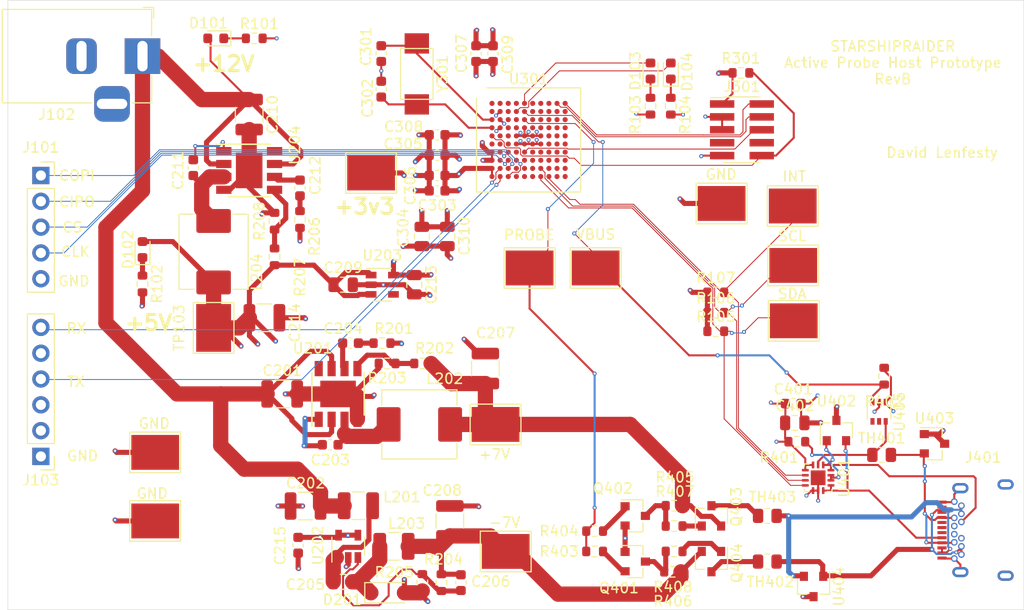
<source format=kicad_pcb>
(kicad_pcb (version 20171130) (host pcbnew 5.1.9)
  (layers (0 F.Cu signal) (1 In1.Cu power) (2 In2.Cu power) (31 B.Cu mixed) (34 B.Paste user) (35 F.Paste user) (36 B.SilkS user) (37 F.SilkS user) (38 B.Mask user) (39 F.Mask user) (44 Edge.Cuts user))
  (net 0 "")
  (net 1 GND)
  (net 2 /+12V)
  (net 3 "Net-(C203-Pad2)")
  (net 4 "Net-(C203-Pad1)")
  (net 5 "Net-(C204-Pad2)")
  (net 6 "Net-(C204-Pad1)")
  (net 7 "Net-(C205-Pad2)")
  (net 8 "Net-(C205-Pad1)")
  (net 9 "Net-(C206-Pad2)")
  (net 10 /-7V)
  (net 11 /+7V)
  (net 12 +5V)
  (net 13 "Net-(C211-Pad2)")
  (net 14 "Net-(C211-Pad1)")
  (net 15 "Net-(C212-Pad2)")
  (net 16 "Net-(C212-Pad1)")
  (net 17 +3V3)
  (net 18 "Net-(C301-Pad1)")
  (net 19 "Net-(C302-Pad1)")
  (net 20 "Net-(D101-Pad1)")
  (net 21 "Net-(D102-Pad1)")
  (net 22 /USRLED1)
  (net 23 "Net-(D103-Pad1)")
  (net 24 /USRLED2)
  (net 25 "Net-(D104-Pad1)")
  (net 26 /SPI_CLK)
  (net 27 /SPI_~CS)
  (net 28 /SPI_CIPO)
  (net 29 /SPI_COPI)
  (net 30 /MCU/NRST)
  (net 31 "Net-(J301-Pad8)")
  (net 32 "Net-(J301-Pad7)")
  (net 33 /MCU/SWO)
  (net 34 /MCU/SWCLK)
  (net 35 /MCU/SWDIO)
  (net 36 "/USB C/-7V_FUSED")
  (net 37 "Net-(J401-PadB8)")
  (net 38 "/USB C/CC2")
  (net 39 "/USB C/+7V_FUSED")
  (net 40 "/USB C/VBUS_FUSED")
  (net 41 "Net-(J401-PadB7)")
  (net 42 "Net-(J401-PadB6)")
  (net 43 "Net-(J401-PadA8)")
  (net 44 "Net-(J401-PadA7)")
  (net 45 "Net-(J401-PadA6)")
  (net 46 "/USB C/CC1")
  (net 47 "Net-(Q401-Pad3)")
  (net 48 "Net-(Q401-Pad2)")
  (net 49 "Net-(Q402-Pad3)")
  (net 50 "Net-(Q402-Pad1)")
  (net 51 "/USB C/+7V_GATED")
  (net 52 "Net-(Q403-Pad1)")
  (net 53 "/USB C/-7V_GATED")
  (net 54 "Net-(Q404-Pad1)")
  (net 55 /I2C_~INT)
  (net 56 "Net-(R202-Pad2)")
  (net 57 "Net-(R207-Pad2)")
  (net 58 "Net-(R401-Pad2)")
  (net 59 /PROBE_VBUS_~EN)
  (net 60 "/USB C/VBUS")
  (net 61 "Net-(U201-Pad8)")
  (net 62 "Net-(U204-Pad8)")
  (net 63 "Net-(U301-PadK10)")
  (net 64 "Net-(U301-PadK9)")
  (net 65 "Net-(U301-PadK6)")
  (net 66 "Net-(U301-PadK5)")
  (net 67 "Net-(U301-PadK4)")
  (net 68 /MCU/UART_RX)
  (net 69 "Net-(U301-PadJ10)")
  (net 70 "Net-(U301-PadJ9)")
  (net 71 "Net-(U301-PadJ8)")
  (net 72 "Net-(U301-PadJ6)")
  (net 73 "Net-(U301-PadJ5)")
  (net 74 "Net-(U301-PadJ4)")
  (net 75 /MCU/UART_TX)
  (net 76 "Net-(U301-PadH10)")
  (net 77 "Net-(U301-PadH9)")
  (net 78 "Net-(U301-PadH8)")
  (net 79 "Net-(U301-PadH7)")
  (net 80 "Net-(U301-PadH6)")
  (net 81 "Net-(U301-PadH5)")
  (net 82 "Net-(U301-PadH4)")
  (net 83 "Net-(U301-PadH2)")
  (net 84 "Net-(U301-PadG10)")
  (net 85 "Net-(U301-PadG9)")
  (net 86 "Net-(U301-PadG8)")
  (net 87 "Net-(U301-PadG7)")
  (net 88 "Net-(U301-PadG6)")
  (net 89 "Net-(U301-PadG4)")
  (net 90 "Net-(U301-PadG2)")
  (net 91 "Net-(U301-PadF10)")
  (net 92 "Net-(U301-PadF9)")
  (net 93 "Net-(U301-PadF8)")
  (net 94 "Net-(U301-PadF3)")
  (net 95 "Net-(U301-PadF2)")
  (net 96 "Net-(U301-PadF1)")
  (net 97 "Net-(U301-PadE10)")
  (net 98 "Net-(U301-PadE9)")
  (net 99 "Net-(U301-PadE8)")
  (net 100 "Net-(U301-PadE3)")
  (net 101 "Net-(U301-PadE2)")
  (net 102 "Net-(U301-PadD10)")
  (net 103 "Net-(U301-PadD9)")
  (net 104 "Net-(U301-PadD8)")
  (net 105 "Net-(U301-PadD7)")
  (net 106 "Net-(U301-PadD6)")
  (net 107 "Net-(U301-PadD4)")
  (net 108 "Net-(U301-PadD3)")
  (net 109 "Net-(U301-PadC10)")
  (net 110 "Net-(U301-PadC9)")
  (net 111 "Net-(U301-PadC8)")
  (net 112 "Net-(U301-PadC7)")
  (net 113 "Net-(U301-PadC6)")
  (net 114 "Net-(U301-PadC4)")
  (net 115 "Net-(U301-PadC3)")
  (net 116 "Net-(U301-PadB10)")
  (net 117 "Net-(U301-PadB9)")
  (net 118 "Net-(U301-PadB8)")
  (net 119 "Net-(U301-PadB7)")
  (net 120 "Net-(U301-PadB6)")
  (net 121 "Net-(U301-PadB3)")
  (net 122 "Net-(U301-PadB1)")
  (net 123 "Net-(U301-PadA8)")
  (net 124 "Net-(U301-PadA7)")
  (net 125 "Net-(U301-PadA6)")
  (net 126 "Net-(U301-PadA4)")
  (net 127 "Net-(U301-PadA3)")
  (net 128 "Net-(U301-PadA2)")
  (net 129 "Net-(U301-PadA1)")
  (net 130 "Net-(U405-Pad4)")
  (net 131 "Net-(U405-Pad5)")
  (net 132 /I2C_SDA)
  (net 133 /I2C_SCL)
  (net 134 /PROBE_PWR_EN)
  (net 135 "Net-(U203-Pad4)")
  (net 136 "Net-(J103-Pad5)")
  (net 137 "Net-(J103-Pad3)")
  (net 138 "Net-(J103-Pad2)")
  (module Diode_SMD:D_SOD-123 (layer F.Cu) (at 68.63 113.07)
    (fp_text reference D201 (at -4.46 0.68) (layer F.SilkS))
    (fp_text value MBR0520)
    (pad 2 smd rect (at 1.65 0) (size 0.9 1.2) (layers F.Cu F.Paste F.Mask) (net 1 GND))
    (pad 1 smd rect (at -1.65 0) (size 0.9 1.2) (layers F.Cu F.Paste F.Mask) (net 8 "Net-(C205-Pad1)"))
  )
  (module Capacitor_SMD:C_0603_1608Metric (layer F.Cu) (at 59.82 108.39 270)
    (fp_text reference C215 (at 0.04 1.78 90) (layer F.SilkS))
    (fp_text value 0u1)
    (pad 2 smd roundrect (at 0.775 0 270) (size 0.9 0.95) (layers F.Cu F.Paste F.Mask) (net 1 GND))
    (pad 1 smd roundrect (at -0.775 0 270) (size 0.9 0.95) (layers F.Cu F.Paste F.Mask) (net 12 +5V))
  )
  (module Connector_PinHeader_2.54mm:PinHeader_1x06_P2.54mm_Vertical (layer F.Cu) (at 34.5 99.65 180)
    (fp_text reference J103 (at 0 -2.33) (layer F.SilkS))
    (fp_text value Conn_01x06_Male)
    (pad 6 thru_hole oval (at 0 12.7 180) (size 1.7 1.7) (drill 1) (layers *.Cu *.Mask) (net 75 /MCU/UART_TX))
    (pad 5 thru_hole oval (at 0 10.16 180) (size 1.7 1.7) (drill 1) (layers *.Cu *.Mask) (net 136 "Net-(J103-Pad5)"))
    (pad 4 thru_hole oval (at 0 7.62 180) (size 1.7 1.7) (drill 1) (layers *.Cu *.Mask) (net 68 /MCU/UART_RX))
    (pad 3 thru_hole oval (at 0 5.08 180) (size 1.7 1.7) (drill 1) (layers *.Cu *.Mask) (net 137 "Net-(J103-Pad3)"))
    (pad 2 thru_hole oval (at 0 2.54 180) (size 1.7 1.7) (drill 1) (layers *.Cu *.Mask) (net 138 "Net-(J103-Pad2)"))
    (pad 1 thru_hole rect (at 0 0 180) (size 1.7 1.7) (drill 1) (layers *.Cu *.Mask) (net 1 GND))
  )
  (module Package_TO_SOT_SMD:SOT-23 (layer F.Cu) (at 110.55 112.45 270)
    (fp_text reference U404 (at 0 -2.5 90) (layer F.SilkS))
    (fp_text value STS232120B301)
    (pad 3 smd rect (at 1 0 270) (size 0.9 0.8) (layers F.Cu F.Paste F.Mask) (net 1 GND))
    (pad 2 smd rect (at -1 0.95 270) (size 0.9 0.8) (layers F.Cu F.Paste F.Mask) (net 39 "/USB C/+7V_FUSED"))
    (pad 1 smd rect (at -1 -0.95 270) (size 0.9 0.8) (layers F.Cu F.Paste F.Mask) (net 36 "/USB C/-7V_FUSED"))
  )
  (module Package_TO_SOT_SMD:SOT-23 (layer F.Cu) (at 122.45 98.4)
    (fp_text reference U403 (at 0 -2.5) (layer F.SilkS))
    (fp_text value STS232050B751)
    (pad 3 smd rect (at 1 0) (size 0.9 0.8) (layers F.Cu F.Paste F.Mask) (net 1 GND))
    (pad 2 smd rect (at -1 0.95) (size 0.9 0.8) (layers F.Cu F.Paste F.Mask) (net 40 "/USB C/VBUS_FUSED"))
    (pad 1 smd rect (at -1 -0.95) (size 0.9 0.8) (layers F.Cu F.Paste F.Mask) (net 1 GND))
  )
  (module Package_TO_SOT_SMD:SOT-23 (layer F.Cu) (at 112.8 97.1 90)
    (fp_text reference U402 (at 2.9 0 180) (layer F.SilkS))
    (fp_text value STS232033B102)
    (pad 3 smd rect (at 1 0 90) (size 0.9 0.8) (layers F.Cu F.Paste F.Mask) (net 1 GND))
    (pad 2 smd rect (at -1 0.95 90) (size 0.9 0.8) (layers F.Cu F.Paste F.Mask) (net 46 "/USB C/CC1"))
    (pad 1 smd rect (at -1 -0.95 90) (size 0.9 0.8) (layers F.Cu F.Paste F.Mask) (net 38 "/USB C/CC2"))
  )
  (module Package_TO_SOT_SMD:SOT-23-5 (layer F.Cu) (at 68.1 82.75)
    (fp_text reference U203 (at 0 -2.9) (layer F.SilkS))
    (fp_text value AP2112K-3.3)
    (pad 5 smd rect (at 1.1 -0.95) (size 1.06 0.65) (layers F.Cu F.Paste F.Mask) (net 17 +3V3))
    (pad 4 smd rect (at 1.1 0.95) (size 1.06 0.65) (layers F.Cu F.Paste F.Mask) (net 135 "Net-(U203-Pad4)"))
    (pad 3 smd rect (at -1.1 0.95) (size 1.06 0.65) (layers F.Cu F.Paste F.Mask) (net 12 +5V))
    (pad 2 smd rect (at -1.1 0) (size 1.06 0.65) (layers F.Cu F.Paste F.Mask) (net 1 GND))
    (pad 1 smd rect (at -1.1 -0.95) (size 1.06 0.65) (layers F.Cu F.Paste F.Mask) (net 12 +5V))
  )
  (module Capacitor_SMD:C_0805_2012Metric (layer F.Cu) (at 71.25 82.75 270)
    (fp_text reference C213 (at 0 -1.68 90) (layer F.SilkS))
    (fp_text value 1u)
    (pad 2 smd roundrect (at 0.95 0 270) (size 1 1.45) (layers F.Cu F.Paste F.Mask) (net 1 GND))
    (pad 1 smd roundrect (at -0.95 0 270) (size 1 1.45) (layers F.Cu F.Paste F.Mask) (net 17 +3V3))
  )
  (module Capacitor_SMD:C_0805_2012Metric (layer F.Cu) (at 64.25 82.75)
    (fp_text reference C209 (at 0 -1.68) (layer F.SilkS))
    (fp_text value 1u)
    (pad 2 smd roundrect (at 0.95 0) (size 1 1.45) (layers F.Cu F.Paste F.Mask) (net 1 GND))
    (pad 1 smd roundrect (at -0.95 0) (size 1 1.45) (layers F.Cu F.Paste F.Mask) (net 12 +5V))
  )
  (module Inductor_SMD:L_1210_3225Metric (layer F.Cu) (at 69.25 108.5)
    (fp_text reference L203 (at 1.25 -2.25) (layer F.SilkS))
    (fp_text value 22u)
    (pad 2 smd roundrect (at 1.4 0) (size 1.25 2.65) (layers F.Cu F.Paste F.Mask) (roundrect_rratio 0.2) (net 10 /-7V))
    (pad 1 smd roundrect (at -1.4 0) (size 1.25 2.65) (layers F.Cu F.Paste F.Mask) (roundrect_rratio 0.2) (net 8 "Net-(C205-Pad1)"))
  )
  (module Inductor_SMD:L_Abracon_ASPI-0630LR (layer F.Cu) (at 71.75 96.5)
    (fp_text reference L202 (at 2.5 -4.5) (layer F.SilkS))
    (fp_text value 12u)
    (pad 2 smd roundrect (at 3.025 0) (size 2.35 3.4) (layers F.Cu F.Paste F.Mask) (roundrect_rratio 0.1) (net 11 /+7V))
    (pad 1 smd roundrect (at -3.025 0) (size 2.35 3.4) (layers F.Cu F.Paste F.Mask) (roundrect_rratio 0.1) (net 3 "Net-(C203-Pad2)"))
  )
  (module active-host-test:Crystal_NX5032 (layer F.Cu) (at 71.5 62 90)
    (fp_text reference Y301 (at 0 2.54 90) (layer F.SilkS))
    (fp_text value 8MHz)
    (pad 2 smd rect (at -3 0 90) (size 2 2.4) (layers F.Cu F.Paste F.Mask) (net 19 "Net-(C302-Pad1)"))
    (pad 1 smd rect (at 3 0 90) (size 2 2.4) (layers F.Cu F.Paste F.Mask) (net 18 "Net-(C301-Pad1)"))
  )
  (module Package_TO_SOT_SMD:SOT-363_SC-70-6 (layer F.Cu) (at 117 95.25 270)
    (fp_text reference U405 (at 0 -2 90) (layer F.SilkS))
    (fp_text value LM66100)
    (pad 6 smd rect (at 0.95 -0.65 270) (size 0.65 0.4) (layers F.Cu F.Paste F.Mask) (net 60 "/USB C/VBUS"))
    (pad 4 smd rect (at 0.95 0.65 270) (size 0.65 0.4) (layers F.Cu F.Paste F.Mask) (net 130 "Net-(U405-Pad4)"))
    (pad 2 smd rect (at -0.95 0 270) (size 0.65 0.4) (layers F.Cu F.Paste F.Mask) (net 1 GND))
    (pad 5 smd rect (at 0.95 0 270) (size 0.65 0.4) (layers F.Cu F.Paste F.Mask) (net 131 "Net-(U405-Pad5)"))
    (pad 3 smd rect (at -0.95 0.65 270) (size 0.65 0.4) (layers F.Cu F.Paste F.Mask) (net 59 /PROBE_VBUS_~EN))
    (pad 1 smd rect (at -0.95 -0.65 270) (size 0.65 0.4) (layers F.Cu F.Paste F.Mask) (net 12 +5V))
  )
  (module Package_DFN_QFN:WQFN-14-1EP_2.5x2.5mm_P0.5mm_EP1.45x1.45mm (layer F.Cu) (at 111 101.75 270)
    (fp_text reference U401 (at 0 -2.55 90) (layer F.SilkS))
    (fp_text value FUSB302BMPX)
    (pad 15 smd rect (at 0 0 270) (size 1.45 1.45) (layers F.Cu F.Mask) (net 1 GND))
    (pad 14 smd roundrect (at -0.75 -1.2625 270) (size 0.25 0.675) (layers F.Cu F.Paste F.Mask) (net 38 "/USB C/CC2"))
    (pad 13 smd roundrect (at -0.25 -1.2625 270) (size 0.25 0.675) (layers F.Cu F.Paste F.Mask) (net 58 "Net-(R401-Pad2)"))
    (pad 12 smd roundrect (at 0.25 -1.2625 270) (size 0.25 0.675) (layers F.Cu F.Paste F.Mask) (net 58 "Net-(R401-Pad2)"))
    (pad 11 smd roundrect (at 0.75 -1.2625 270) (size 0.25 0.675) (layers F.Cu F.Paste F.Mask) (net 46 "/USB C/CC1"))
    (pad 10 smd roundrect (at 1.2625 -0.5 270) (size 0.675 0.25) (layers F.Cu F.Paste F.Mask) (net 46 "/USB C/CC1"))
    (pad 9 smd roundrect (at 1.2625 0 270) (size 0.675 0.25) (layers F.Cu F.Paste F.Mask) (net 1 GND))
    (pad 8 smd roundrect (at 1.2625 0.5 270) (size 0.675 0.25) (layers F.Cu F.Paste F.Mask) (net 1 GND))
    (pad 7 smd roundrect (at 0.75 1.2625 270) (size 0.25 0.675) (layers F.Cu F.Paste F.Mask) (net 132 /I2C_SDA))
    (pad 6 smd roundrect (at 0.25 1.2625 270) (size 0.25 0.675) (layers F.Cu F.Paste F.Mask) (net 133 /I2C_SCL))
    (pad 5 smd roundrect (at -0.25 1.2625 270) (size 0.25 0.675) (layers F.Cu F.Paste F.Mask) (net 55 /I2C_~INT))
    (pad 4 smd roundrect (at -0.75 1.2625 270) (size 0.25 0.675) (layers F.Cu F.Paste F.Mask) (net 12 +5V))
    (pad 3 smd roundrect (at -1.2625 0.5 270) (size 0.675 0.25) (layers F.Cu F.Paste F.Mask) (net 12 +5V))
    (pad 2 smd roundrect (at -1.2625 0 270) (size 0.675 0.25) (layers F.Cu F.Paste F.Mask) (net 60 "/USB C/VBUS"))
    (pad 1 smd roundrect (at -1.2625 -0.5 270) (size 0.675 0.25) (layers F.Cu F.Paste F.Mask) (net 38 "/USB C/CC2"))
  )
  (module Package_BGA:LFBGA-100_10x10mm_Layout10x10_P0.8mm (layer F.Cu) (at 82.5 68.5)
    (fp_text reference U301 (at 0 -6) (layer F.SilkS))
    (fp_text value STM32F103V8Hx)
    (pad K10 smd circle (at 3.6 3.6) (size 0.5 0.5) (layers F.Cu F.Paste F.Mask) (net 63 "Net-(U301-PadK10)"))
    (pad K9 smd circle (at 2.8 3.6) (size 0.5 0.5) (layers F.Cu F.Paste F.Mask) (net 64 "Net-(U301-PadK9)"))
    (pad K8 smd circle (at 2 3.6) (size 0.5 0.5) (layers F.Cu F.Paste F.Mask) (net 55 /I2C_~INT))
    (pad K7 smd circle (at 1.2 3.6) (size 0.5 0.5) (layers F.Cu F.Paste F.Mask) (net 132 /I2C_SDA))
    (pad K6 smd circle (at 0.4 3.6) (size 0.5 0.5) (layers F.Cu F.Paste F.Mask) (net 65 "Net-(U301-PadK6)"))
    (pad K5 smd circle (at -0.4 3.6) (size 0.5 0.5) (layers F.Cu F.Paste F.Mask) (net 66 "Net-(U301-PadK5)"))
    (pad K4 smd circle (at -1.2 3.6) (size 0.5 0.5) (layers F.Cu F.Paste F.Mask) (net 67 "Net-(U301-PadK4)"))
    (pad K3 smd circle (at -2 3.6) (size 0.5 0.5) (layers F.Cu F.Paste F.Mask) (net 29 /SPI_COPI))
    (pad K2 smd circle (at -2.8 3.6) (size 0.5 0.5) (layers F.Cu F.Paste F.Mask) (net 68 /MCU/UART_RX))
    (pad K1 smd circle (at -3.6 3.6) (size 0.5 0.5) (layers F.Cu F.Paste F.Mask) (net 17 +3V3))
    (pad J10 smd circle (at 3.6 2.8) (size 0.5 0.5) (layers F.Cu F.Paste F.Mask) (net 69 "Net-(U301-PadJ10)"))
    (pad J9 smd circle (at 2.8 2.8) (size 0.5 0.5) (layers F.Cu F.Paste F.Mask) (net 70 "Net-(U301-PadJ9)"))
    (pad J8 smd circle (at 2 2.8) (size 0.5 0.5) (layers F.Cu F.Paste F.Mask) (net 71 "Net-(U301-PadJ8)"))
    (pad J7 smd circle (at 1.2 2.8) (size 0.5 0.5) (layers F.Cu F.Paste F.Mask) (net 133 /I2C_SCL))
    (pad J6 smd circle (at 0.4 2.8) (size 0.5 0.5) (layers F.Cu F.Paste F.Mask) (net 72 "Net-(U301-PadJ6)"))
    (pad J5 smd circle (at -0.4 2.8) (size 0.5 0.5) (layers F.Cu F.Paste F.Mask) (net 73 "Net-(U301-PadJ5)"))
    (pad J4 smd circle (at -1.2 2.8) (size 0.5 0.5) (layers F.Cu F.Paste F.Mask) (net 74 "Net-(U301-PadJ4)"))
    (pad J3 smd circle (at -2 2.8) (size 0.5 0.5) (layers F.Cu F.Paste F.Mask) (net 28 /SPI_CIPO))
    (pad J2 smd circle (at -2.8 2.8) (size 0.5 0.5) (layers F.Cu F.Paste F.Mask) (net 75 /MCU/UART_TX))
    (pad J1 smd circle (at -3.6 2.8) (size 0.5 0.5) (layers F.Cu F.Paste F.Mask) (net 17 +3V3))
    (pad H10 smd circle (at 3.6 2) (size 0.5 0.5) (layers F.Cu F.Paste F.Mask) (net 76 "Net-(U301-PadH10)"))
    (pad H9 smd circle (at 2.8 2) (size 0.5 0.5) (layers F.Cu F.Paste F.Mask) (net 77 "Net-(U301-PadH9)"))
    (pad H8 smd circle (at 2 2) (size 0.5 0.5) (layers F.Cu F.Paste F.Mask) (net 78 "Net-(U301-PadH8)"))
    (pad H7 smd circle (at 1.2 2) (size 0.5 0.5) (layers F.Cu F.Paste F.Mask) (net 79 "Net-(U301-PadH7)"))
    (pad H6 smd circle (at 0.4 2) (size 0.5 0.5) (layers F.Cu F.Paste F.Mask) (net 80 "Net-(U301-PadH6)"))
    (pad H5 smd circle (at -0.4 2) (size 0.5 0.5) (layers F.Cu F.Paste F.Mask) (net 81 "Net-(U301-PadH5)"))
    (pad H4 smd circle (at -1.2 2) (size 0.5 0.5) (layers F.Cu F.Paste F.Mask) (net 82 "Net-(U301-PadH4)"))
    (pad H3 smd circle (at -2 2) (size 0.5 0.5) (layers F.Cu F.Paste F.Mask) (net 26 /SPI_CLK))
    (pad H2 smd circle (at -2.8 2) (size 0.5 0.5) (layers F.Cu F.Paste F.Mask) (net 83 "Net-(U301-PadH2)"))
    (pad H1 smd circle (at -3.6 2) (size 0.5 0.5) (layers F.Cu F.Paste F.Mask) (net 1 GND))
    (pad G10 smd circle (at 3.6 1.2) (size 0.5 0.5) (layers F.Cu F.Paste F.Mask) (net 84 "Net-(U301-PadG10)"))
    (pad G9 smd circle (at 2.8 1.2) (size 0.5 0.5) (layers F.Cu F.Paste F.Mask) (net 85 "Net-(U301-PadG9)"))
    (pad G8 smd circle (at 2 1.2) (size 0.5 0.5) (layers F.Cu F.Paste F.Mask) (net 86 "Net-(U301-PadG8)"))
    (pad G7 smd circle (at 1.2 1.2) (size 0.5 0.5) (layers F.Cu F.Paste F.Mask) (net 87 "Net-(U301-PadG7)"))
    (pad G6 smd circle (at 0.4 1.2) (size 0.5 0.5) (layers F.Cu F.Paste F.Mask) (net 88 "Net-(U301-PadG6)"))
    (pad G5 smd circle (at -0.4 1.2) (size 0.5 0.5) (layers F.Cu F.Paste F.Mask) (net 33 /MCU/SWO))
    (pad G4 smd circle (at -1.2 1.2) (size 0.5 0.5) (layers F.Cu F.Paste F.Mask) (net 89 "Net-(U301-PadG4)"))
    (pad G3 smd circle (at -2 1.2) (size 0.5 0.5) (layers F.Cu F.Paste F.Mask) (net 27 /SPI_~CS))
    (pad G2 smd circle (at -2.8 1.2) (size 0.5 0.5) (layers F.Cu F.Paste F.Mask) (net 90 "Net-(U301-PadG2)"))
    (pad G1 smd circle (at -3.6 1.2) (size 0.5 0.5) (layers F.Cu F.Paste F.Mask) (net 1 GND))
    (pad F10 smd circle (at 3.6 0.4) (size 0.5 0.5) (layers F.Cu F.Paste F.Mask) (net 91 "Net-(U301-PadF10)"))
    (pad F9 smd circle (at 2.8 0.4) (size 0.5 0.5) (layers F.Cu F.Paste F.Mask) (net 92 "Net-(U301-PadF9)"))
    (pad F8 smd circle (at 2 0.4) (size 0.5 0.5) (layers F.Cu F.Paste F.Mask) (net 93 "Net-(U301-PadF8)"))
    (pad F7 smd circle (at 1.2 0.4) (size 0.5 0.5) (layers F.Cu F.Paste F.Mask) (net 17 +3V3))
    (pad F6 smd circle (at 0.4 0.4) (size 0.5 0.5) (layers F.Cu F.Paste F.Mask) (net 17 +3V3))
    (pad F5 smd circle (at -0.4 0.4) (size 0.5 0.5) (layers F.Cu F.Paste F.Mask) (net 17 +3V3))
    (pad F4 smd circle (at -1.2 0.4) (size 0.5 0.5) (layers F.Cu F.Paste F.Mask) (net 17 +3V3))
    (pad F3 smd circle (at -2 0.4) (size 0.5 0.5) (layers F.Cu F.Paste F.Mask) (net 94 "Net-(U301-PadF3)"))
    (pad F2 smd circle (at -2.8 0.4) (size 0.5 0.5) (layers F.Cu F.Paste F.Mask) (net 95 "Net-(U301-PadF2)"))
    (pad F1 smd circle (at -3.6 0.4) (size 0.5 0.5) (layers F.Cu F.Paste F.Mask) (net 96 "Net-(U301-PadF1)"))
    (pad E10 smd circle (at 3.6 -0.4) (size 0.5 0.5) (layers F.Cu F.Paste F.Mask) (net 97 "Net-(U301-PadE10)"))
    (pad E9 smd circle (at 2.8 -0.4) (size 0.5 0.5) (layers F.Cu F.Paste F.Mask) (net 98 "Net-(U301-PadE9)"))
    (pad E8 smd circle (at 2 -0.4) (size 0.5 0.5) (layers F.Cu F.Paste F.Mask) (net 99 "Net-(U301-PadE8)"))
    (pad E7 smd circle (at 1.2 -0.4) (size 0.5 0.5) (layers F.Cu F.Paste F.Mask) (net 1 GND))
    (pad E6 smd circle (at 0.4 -0.4) (size 0.5 0.5) (layers F.Cu F.Paste F.Mask) (net 1 GND))
    (pad E5 smd circle (at -0.4 -0.4) (size 0.5 0.5) (layers F.Cu F.Paste F.Mask) (net 1 GND))
    (pad E4 smd circle (at -1.2 -0.4) (size 0.5 0.5) (layers F.Cu F.Paste F.Mask) (net 1 GND))
    (pad E3 smd circle (at -2 -0.4) (size 0.5 0.5) (layers F.Cu F.Paste F.Mask) (net 100 "Net-(U301-PadE3)"))
    (pad E2 smd circle (at -2.8 -0.4) (size 0.5 0.5) (layers F.Cu F.Paste F.Mask) (net 101 "Net-(U301-PadE2)"))
    (pad E1 smd circle (at -3.6 -0.4) (size 0.5 0.5) (layers F.Cu F.Paste F.Mask) (net 30 /MCU/NRST))
    (pad D10 smd circle (at 3.6 -1.2) (size 0.5 0.5) (layers F.Cu F.Paste F.Mask) (net 102 "Net-(U301-PadD10)"))
    (pad D9 smd circle (at 2.8 -1.2) (size 0.5 0.5) (layers F.Cu F.Paste F.Mask) (net 103 "Net-(U301-PadD9)"))
    (pad D8 smd circle (at 2 -1.2) (size 0.5 0.5) (layers F.Cu F.Paste F.Mask) (net 104 "Net-(U301-PadD8)"))
    (pad D7 smd circle (at 1.2 -1.2) (size 0.5 0.5) (layers F.Cu F.Paste F.Mask) (net 105 "Net-(U301-PadD7)"))
    (pad D6 smd circle (at 0.4 -1.2) (size 0.5 0.5) (layers F.Cu F.Paste F.Mask) (net 106 "Net-(U301-PadD6)"))
    (pad D5 smd circle (at -0.4 -1.2) (size 0.5 0.5) (layers F.Cu F.Paste F.Mask) (net 1 GND))
    (pad D4 smd circle (at -1.2 -1.2) (size 0.5 0.5) (layers F.Cu F.Paste F.Mask) (net 107 "Net-(U301-PadD4)"))
    (pad D3 smd circle (at -2 -1.2) (size 0.5 0.5) (layers F.Cu F.Paste F.Mask) (net 108 "Net-(U301-PadD3)"))
    (pad D2 smd circle (at -2.8 -1.2) (size 0.5 0.5) (layers F.Cu F.Paste F.Mask) (net 17 +3V3))
    (pad D1 smd circle (at -3.6 -1.2) (size 0.5 0.5) (layers F.Cu F.Paste F.Mask) (net 19 "Net-(C302-Pad1)"))
    (pad C10 smd circle (at 3.6 -2) (size 0.5 0.5) (layers F.Cu F.Paste F.Mask) (net 109 "Net-(U301-PadC10)"))
    (pad C9 smd circle (at 2.8 -2) (size 0.5 0.5) (layers F.Cu F.Paste F.Mask) (net 110 "Net-(U301-PadC9)"))
    (pad C8 smd circle (at 2 -2) (size 0.5 0.5) (layers F.Cu F.Paste F.Mask) (net 111 "Net-(U301-PadC8)"))
    (pad C7 smd circle (at 1.2 -2) (size 0.5 0.5) (layers F.Cu F.Paste F.Mask) (net 112 "Net-(U301-PadC7)"))
    (pad C6 smd circle (at 0.4 -2) (size 0.5 0.5) (layers F.Cu F.Paste F.Mask) (net 113 "Net-(U301-PadC6)"))
    (pad C5 smd circle (at -0.4 -2) (size 0.5 0.5) (layers F.Cu F.Paste F.Mask) (net 134 /PROBE_PWR_EN))
    (pad C4 smd circle (at -1.2 -2) (size 0.5 0.5) (layers F.Cu F.Paste F.Mask) (net 114 "Net-(U301-PadC4)"))
    (pad C3 smd circle (at -2 -2) (size 0.5 0.5) (layers F.Cu F.Paste F.Mask) (net 115 "Net-(U301-PadC3)"))
    (pad C2 smd circle (at -2.8 -2) (size 0.5 0.5) (layers F.Cu F.Paste F.Mask) (net 1 GND))
    (pad C1 smd circle (at -3.6 -2) (size 0.5 0.5) (layers F.Cu F.Paste F.Mask) (net 18 "Net-(C301-Pad1)"))
    (pad B10 smd circle (at 3.6 -2.8) (size 0.5 0.5) (layers F.Cu F.Paste F.Mask) (net 116 "Net-(U301-PadB10)"))
    (pad B9 smd circle (at 2.8 -2.8) (size 0.5 0.5) (layers F.Cu F.Paste F.Mask) (net 117 "Net-(U301-PadB9)"))
    (pad B8 smd circle (at 2 -2.8) (size 0.5 0.5) (layers F.Cu F.Paste F.Mask) (net 118 "Net-(U301-PadB8)"))
    (pad B7 smd circle (at 1.2 -2.8) (size 0.5 0.5) (layers F.Cu F.Paste F.Mask) (net 119 "Net-(U301-PadB7)"))
    (pad B6 smd circle (at 0.4 -2.8) (size 0.5 0.5) (layers F.Cu F.Paste F.Mask) (net 120 "Net-(U301-PadB6)"))
    (pad B5 smd circle (at -0.4 -2.8) (size 0.5 0.5) (layers F.Cu F.Paste F.Mask) (net 59 /PROBE_VBUS_~EN))
    (pad B4 smd circle (at -1.2 -2.8) (size 0.5 0.5) (layers F.Cu F.Paste F.Mask) (net 24 /USRLED2))
    (pad B3 smd circle (at -2 -2.8) (size 0.5 0.5) (layers F.Cu F.Paste F.Mask) (net 121 "Net-(U301-PadB3)"))
    (pad B2 smd circle (at -2.8 -2.8) (size 0.5 0.5) (layers F.Cu F.Paste F.Mask) (net 17 +3V3))
    (pad B1 smd circle (at -3.6 -2.8) (size 0.5 0.5) (layers F.Cu F.Paste F.Mask) (net 122 "Net-(U301-PadB1)"))
    (pad A10 smd circle (at 3.6 -3.6) (size 0.5 0.5) (layers F.Cu F.Paste F.Mask) (net 35 /MCU/SWDIO))
    (pad A9 smd circle (at 2.8 -3.6) (size 0.5 0.5) (layers F.Cu F.Paste F.Mask) (net 34 /MCU/SWCLK))
    (pad A8 smd circle (at 2 -3.6) (size 0.5 0.5) (layers F.Cu F.Paste F.Mask) (net 123 "Net-(U301-PadA8)"))
    (pad A7 smd circle (at 1.2 -3.6) (size 0.5 0.5) (layers F.Cu F.Paste F.Mask) (net 124 "Net-(U301-PadA7)"))
    (pad A6 smd circle (at 0.4 -3.6) (size 0.5 0.5) (layers F.Cu F.Paste F.Mask) (net 125 "Net-(U301-PadA6)"))
    (pad A5 smd circle (at -0.4 -3.6) (size 0.5 0.5) (layers F.Cu F.Paste F.Mask) (net 22 /USRLED1))
    (pad A4 smd circle (at -1.2 -3.6) (size 0.5 0.5) (layers F.Cu F.Paste F.Mask) (net 126 "Net-(U301-PadA4)"))
    (pad A3 smd circle (at -2 -3.6) (size 0.5 0.5) (layers F.Cu F.Paste F.Mask) (net 127 "Net-(U301-PadA3)"))
    (pad A2 smd circle (at -2.8 -3.6) (size 0.5 0.5) (layers F.Cu F.Paste F.Mask) (net 128 "Net-(U301-PadA2)"))
    (pad A1 smd circle (at -3.6 -3.6) (size 0.5 0.5) (layers F.Cu F.Paste F.Mask) (net 129 "Net-(U301-PadA1)"))
  )
  (module Package_SO:Diodes_SO-8EP (layer F.Cu) (at 55 71.5)
    (fp_text reference U204 (at 4.5 -2.5 270) (layer F.SilkS))
    (fp_text value AP6502)
    (pad 9 smd rect (at 0 0) (size 2.613 3.502) (layers F.Cu F.Paste F.Mask) (net 1 GND))
    (pad 8 smd rect (at 2.4975 -1.905) (size 1.505 0.802) (layers F.Cu F.Paste F.Mask) (net 62 "Net-(U204-Pad8)"))
    (pad 7 smd rect (at 2.4975 -0.635) (size 1.505 0.802) (layers F.Cu F.Paste F.Mask) (net 2 /+12V))
    (pad 6 smd rect (at 2.4975 0.635) (size 1.505 0.802) (layers F.Cu F.Paste F.Mask) (net 16 "Net-(C212-Pad1)"))
    (pad 5 smd rect (at 2.4975 1.905) (size 1.505 0.802) (layers F.Cu F.Paste F.Mask) (net 57 "Net-(R207-Pad2)"))
    (pad 4 smd rect (at -2.4975 1.905) (size 1.505 0.802) (layers F.Cu F.Paste F.Mask) (net 1 GND))
    (pad 3 smd rect (at -2.4975 0.635) (size 1.505 0.802) (layers F.Cu F.Paste F.Mask) (net 13 "Net-(C211-Pad2)"))
    (pad 2 smd rect (at -2.4975 -0.635) (size 1.505 0.802) (layers F.Cu F.Paste F.Mask) (net 2 /+12V))
    (pad 1 smd rect (at -2.4975 -1.905) (size 1.505 0.802) (layers F.Cu F.Paste F.Mask) (net 14 "Net-(C211-Pad1)"))
  )
  (module Package_TO_SOT_SMD:SOT-23-5 (layer F.Cu) (at 64.75 108.5 90)
    (fp_text reference U202 (at 0.09 -2.98 270) (layer F.SilkS))
    (fp_text value LM2611xMF)
    (pad 5 smd rect (at 1.1 -0.95 90) (size 1.06 0.65) (layers F.Cu F.Paste F.Mask) (net 12 +5V))
    (pad 4 smd rect (at 1.1 0.95 90) (size 1.06 0.65) (layers F.Cu F.Paste F.Mask) (net 12 +5V))
    (pad 3 smd rect (at -1.1 0.95 90) (size 1.06 0.65) (layers F.Cu F.Paste F.Mask) (net 9 "Net-(C206-Pad2)"))
    (pad 2 smd rect (at -1.1 0 90) (size 1.06 0.65) (layers F.Cu F.Paste F.Mask) (net 1 GND))
    (pad 1 smd rect (at -1.1 -0.95 90) (size 1.06 0.65) (layers F.Cu F.Paste F.Mask) (net 7 "Net-(C205-Pad2)"))
  )
  (module Package_SO:Diodes_SO-8EP (layer F.Cu) (at 63.75 93.5 90)
    (fp_text reference U201 (at 4.5 -2.5 180) (layer F.SilkS))
    (fp_text value AP6502)
    (pad 9 smd rect (at 0 0 90) (size 2.613 3.502) (layers F.Cu F.Paste F.Mask) (net 1 GND))
    (pad 8 smd rect (at 2.4975 -1.905 90) (size 1.505 0.802) (layers F.Cu F.Paste F.Mask) (net 61 "Net-(U201-Pad8)"))
    (pad 7 smd rect (at 2.4975 -0.635 90) (size 1.505 0.802) (layers F.Cu F.Paste F.Mask) (net 2 /+12V))
    (pad 6 smd rect (at 2.4975 0.635 90) (size 1.505 0.802) (layers F.Cu F.Paste F.Mask) (net 6 "Net-(C204-Pad1)"))
    (pad 5 smd rect (at 2.4975 1.905 90) (size 1.505 0.802) (layers F.Cu F.Paste F.Mask) (net 56 "Net-(R202-Pad2)"))
    (pad 4 smd rect (at -2.4975 1.905 90) (size 1.505 0.802) (layers F.Cu F.Paste F.Mask) (net 1 GND))
    (pad 3 smd rect (at -2.4975 0.635 90) (size 1.505 0.802) (layers F.Cu F.Paste F.Mask) (net 3 "Net-(C203-Pad2)"))
    (pad 2 smd rect (at -2.4975 -0.635 90) (size 1.505 0.802) (layers F.Cu F.Paste F.Mask) (net 2 /+12V))
    (pad 1 smd rect (at -2.4975 -1.905 90) (size 1.505 0.802) (layers F.Cu F.Paste F.Mask) (net 4 "Net-(C203-Pad1)"))
  )
  (module active-host-test:Keystone_5016 (layer F.Cu) (at 45.75 99.25)
    (fp_text reference TP112 hide)
    (fp_text value TestPoint)
    (pad 1 smd rect (at 0 0) (size 4.7 3.43) (layers F.Cu F.Paste F.Mask) (net 1 GND))
  )
  (module active-host-test:Keystone_5016 (layer F.Cu) (at 45.75 106)
    (fp_text reference TP111 hide)
    (fp_text value TestPoint)
    (pad 1 smd rect (at 0 0) (size 4.7 3.43) (layers F.Cu F.Paste F.Mask) (net 1 GND))
  )
  (module active-host-test:Keystone_5016 (layer F.Cu) (at 101.5 74.75)
    (fp_text reference TP110 hide)
    (fp_text value TestPoint)
    (pad 1 smd rect (at 0 0) (size 4.7 3.43) (layers F.Cu F.Paste F.Mask) (net 1 GND))
  )
  (module active-host-test:Keystone_5016 (layer F.Cu) (at 108.5 75)
    (fp_text reference TP109 hide)
    (fp_text value TestPoint)
    (pad 1 smd rect (at 0 0) (size 4.7 3.43) (layers F.Cu F.Paste F.Mask) (net 55 /I2C_~INT))
  )
  (module active-host-test:Keystone_5016 (layer F.Cu) (at 108.55 80.85)
    (fp_text reference TP108 hide)
    (fp_text value TestPoint)
    (pad 1 smd rect (at 0 0) (size 4.7 3.43) (layers F.Cu F.Paste F.Mask) (net 133 /I2C_SCL))
  )
  (module active-host-test:Keystone_5016 (layer F.Cu) (at 108.6 86.3)
    (fp_text reference TP107 hide)
    (fp_text value TestPoint)
    (pad 1 smd rect (at 0 0) (size 4.7 3.43) (layers F.Cu F.Paste F.Mask) (net 132 /I2C_SDA))
  )
  (module active-host-test:Keystone_5016 (layer F.Cu) (at 89.1 81.1)
    (fp_text reference TP106 hide)
    (fp_text value TestPoint)
    (pad 1 smd rect (at 0 0) (size 4.7 3.43) (layers F.Cu F.Paste F.Mask) (net 59 /PROBE_VBUS_~EN))
  )
  (module active-host-test:Keystone_5016 (layer F.Cu) (at 82.6 81.1)
    (fp_text reference TP105 hide)
    (fp_text value TestPoint)
    (pad 1 smd rect (at 0 0) (size 4.7 3.43) (layers F.Cu F.Paste F.Mask) (net 134 /PROBE_PWR_EN))
  )
  (module active-host-test:Keystone_5016 (layer F.Cu) (at 67 71.75)
    (fp_text reference TP104 hide)
    (fp_text value TestPoint)
    (pad 1 smd rect (at 0 0) (size 4.7 3.43) (layers F.Cu F.Paste F.Mask) (net 17 +3V3))
  )
  (module active-host-test:Keystone_5016 (layer F.Cu) (at 51.5 87 270)
    (fp_text reference TP103 (at 0 3.4 90) (layer F.SilkS))
    (fp_text value TestPoint)
    (pad 1 smd rect (at 0 0 270) (size 4.7 3.43) (layers F.Cu F.Paste F.Mask) (net 12 +5V))
  )
  (module active-host-test:Keystone_5016 (layer F.Cu) (at 80.25 109)
    (fp_text reference TP102 hide)
    (fp_text value TestPoint)
    (pad 1 smd rect (at 0 0) (size 4.7 3.43) (layers F.Cu F.Paste F.Mask) (net 10 /-7V))
  )
  (module active-host-test:Keystone_5016 (layer F.Cu) (at 79.25 96.5)
    (fp_text reference TP101 hide)
    (fp_text value TestPoint)
    (pad 1 smd rect (at 0 0) (size 4.7 3.43) (layers F.Cu F.Paste F.Mask) (net 11 /+7V))
  )
  (module Resistor_SMD:R_0805_2012Metric (layer F.Cu) (at 106 105.5 180)
    (fp_text reference TH403 (at -0.5 1.85) (layer F.SilkS))
    (fp_text value Thermistor_PTC)
    (pad 2 smd roundrect (at 0.9125 0 180) (size 1.025 1.4) (layers F.Cu F.Paste F.Mask) (roundrect_rratio 0.243902) (net 51 "/USB C/+7V_GATED"))
    (pad 1 smd roundrect (at -0.9125 0 180) (size 1.025 1.4) (layers F.Cu F.Paste F.Mask) (roundrect_rratio 0.243902) (net 39 "/USB C/+7V_FUSED"))
  )
  (module Resistor_SMD:R_0805_2012Metric (layer F.Cu) (at 106 110)
    (fp_text reference TH402 (at 0.3 2) (layer F.SilkS))
    (fp_text value Thermistor_PTC)
    (pad 2 smd roundrect (at 0.9125 0) (size 1.025 1.4) (layers F.Cu F.Paste F.Mask) (roundrect_rratio 0.243902) (net 36 "/USB C/-7V_FUSED"))
    (pad 1 smd roundrect (at -0.9125 0) (size 1.025 1.4) (layers F.Cu F.Paste F.Mask) (roundrect_rratio 0.243902) (net 53 "/USB C/-7V_GATED"))
  )
  (module Resistor_SMD:R_0805_2012Metric (layer F.Cu) (at 117.25 99.5)
    (fp_text reference TH401 (at 0 -1.65) (layer F.SilkS))
    (fp_text value Thermistor_PTC)
    (pad 2 smd roundrect (at 0.9125 0) (size 1.025 1.4) (layers F.Cu F.Paste F.Mask) (roundrect_rratio 0.243902) (net 40 "/USB C/VBUS_FUSED"))
    (pad 1 smd roundrect (at -0.9125 0) (size 1.025 1.4) (layers F.Cu F.Paste F.Mask) (roundrect_rratio 0.243902) (net 60 "/USB C/VBUS"))
  )
  (module Resistor_SMD:R_0603_1608Metric (layer F.Cu) (at 96.825 109 180)
    (fp_text reference R408 (at 0.125 -3.5) (layer F.SilkS))
    (fp_text value 100R)
    (pad 2 smd roundrect (at 0.825 0 180) (size 0.8 0.95) (layers F.Cu F.Paste F.Mask) (net 47 "Net-(Q401-Pad3)"))
    (pad 1 smd roundrect (at -0.825 0 180) (size 0.8 0.95) (layers F.Cu F.Paste F.Mask) (net 54 "Net-(Q404-Pad1)"))
  )
  (module Resistor_SMD:R_0603_1608Metric (layer F.Cu) (at 96.825 106.5 180)
    (fp_text reference R407 (at -0.075 3.4) (layer F.SilkS))
    (fp_text value 100R)
    (pad 2 smd roundrect (at 0.825 0 180) (size 0.8 0.95) (layers F.Cu F.Paste F.Mask) (net 49 "Net-(Q402-Pad3)"))
    (pad 1 smd roundrect (at -0.825 0 180) (size 0.8 0.95) (layers F.Cu F.Paste F.Mask) (net 52 "Net-(Q403-Pad1)"))
  )
  (module Resistor_SMD:R_0603_1608Metric (layer F.Cu) (at 96.675 111)
    (fp_text reference R406 (at 0.025 2.9) (layer F.SilkS))
    (fp_text value 10k)
    (pad 2 smd roundrect (at 0.825 0) (size 0.8 0.95) (layers F.Cu F.Paste F.Mask) (net 10 /-7V))
    (pad 1 smd roundrect (at -0.825 0) (size 0.8 0.95) (layers F.Cu F.Paste F.Mask) (net 47 "Net-(Q401-Pad3)"))
  )
  (module Resistor_SMD:R_0603_1608Metric (layer F.Cu) (at 96.825 104.5 180)
    (fp_text reference R405 (at -0.075 2.8) (layer F.SilkS))
    (fp_text value 10k)
    (pad 2 smd roundrect (at 0.825 0 180) (size 0.8 0.95) (layers F.Cu F.Paste F.Mask) (net 49 "Net-(Q402-Pad3)"))
    (pad 1 smd roundrect (at -0.825 0 180) (size 0.8 0.95) (layers F.Cu F.Paste F.Mask) (net 11 /+7V))
  )
  (module Resistor_SMD:R_0603_1608Metric (layer F.Cu) (at 89 107 180)
    (fp_text reference R404 (at 3.5 0) (layer F.SilkS))
    (fp_text value 10k)
    (pad 2 smd roundrect (at 0.825 0 180) (size 0.8 0.95) (layers F.Cu F.Paste F.Mask) (net 134 /PROBE_PWR_EN))
    (pad 1 smd roundrect (at -0.825 0 180) (size 0.8 0.95) (layers F.Cu F.Paste F.Mask) (net 50 "Net-(Q402-Pad1)"))
  )
  (module Resistor_SMD:R_0603_1608Metric (layer F.Cu) (at 89 109 180)
    (fp_text reference R403 (at 3.5 0) (layer F.SilkS))
    (fp_text value 10k)
    (pad 2 smd roundrect (at 0.825 0 180) (size 0.8 0.95) (layers F.Cu F.Paste F.Mask) (net 134 /PROBE_PWR_EN))
    (pad 1 smd roundrect (at -0.825 0 180) (size 0.8 0.95) (layers F.Cu F.Paste F.Mask) (net 48 "Net-(Q401-Pad2)"))
  )
  (module Resistor_SMD:R_0603_1608Metric (layer F.Cu) (at 117.5 91.75 270)
    (fp_text reference R402 (at 2.5 0 180) (layer F.SilkS))
    (fp_text value 10k)
    (pad 2 smd roundrect (at 0.825 0 270) (size 0.8 0.95) (layers F.Cu F.Paste F.Mask) (net 59 /PROBE_VBUS_~EN))
    (pad 1 smd roundrect (at -0.825 0 270) (size 0.8 0.95) (layers F.Cu F.Paste F.Mask) (net 12 +5V))
  )
  (module Resistor_SMD:R_0603_1608Metric (layer F.Cu) (at 108.9 98.2)
    (fp_text reference R401 (at -1.75 1.55 180) (layer F.SilkS))
    (fp_text value 0R)
    (pad 2 smd roundrect (at 0.825 0) (size 0.8 0.95) (layers F.Cu F.Paste F.Mask) (net 58 "Net-(R401-Pad2)"))
    (pad 1 smd roundrect (at -0.825 0) (size 0.8 0.95) (layers F.Cu F.Paste F.Mask) (net 12 +5V))
  )
  (module Resistor_SMD:R_0603_1608Metric (layer F.Cu) (at 103.4 61.9)
    (fp_text reference R301 (at 0 -1.43) (layer F.SilkS))
    (fp_text value 10k)
    (pad 2 smd roundrect (at 0.825 0) (size 0.8 0.95) (layers F.Cu F.Paste F.Mask) (net 30 /MCU/NRST))
    (pad 1 smd roundrect (at -0.825 0) (size 0.8 0.95) (layers F.Cu F.Paste F.Mask) (net 17 +3V3))
  )
  (module Resistor_SMD:R_0603_1608Metric (layer F.Cu) (at 57.5 76.5 90)
    (fp_text reference R208 (at 0 -1.5 90) (layer F.SilkS))
    (fp_text value 10k)
    (pad 2 smd roundrect (at 0.825 0 90) (size 0.8 0.95) (layers F.Cu F.Paste F.Mask) (net 1 GND))
    (pad 1 smd roundrect (at -0.825 0 90) (size 0.8 0.95) (layers F.Cu F.Paste F.Mask) (net 57 "Net-(R207-Pad2)"))
  )
  (module Resistor_SMD:R_0603_1608Metric (layer F.Cu) (at 57.5 80 90)
    (fp_text reference R207 (at -2 2.5 90) (layer F.SilkS))
    (fp_text value 44k)
    (pad 2 smd roundrect (at 0.825 0 90) (size 0.8 0.95) (layers F.Cu F.Paste F.Mask) (net 57 "Net-(R207-Pad2)"))
    (pad 1 smd roundrect (at -0.825 0 90) (size 0.8 0.95) (layers F.Cu F.Paste F.Mask) (net 12 +5V))
  )
  (module Resistor_SMD:R_0603_1608Metric (layer F.Cu) (at 60 76.325 270)
    (fp_text reference R206 (at 1.675 -1.43 90) (layer F.SilkS))
    (fp_text value 6k8)
    (pad 2 smd roundrect (at 0.825 0 270) (size 0.8 0.95) (layers F.Cu F.Paste F.Mask) (net 1 GND))
    (pad 1 smd roundrect (at -0.825 0 270) (size 0.8 0.95) (layers F.Cu F.Paste F.Mask) (net 15 "Net-(C212-Pad2)"))
  )
  (module Resistor_SMD:R_0603_1608Metric (layer F.Cu) (at 72.04 112.06 270)
    (fp_text reference R205 (at -1.01 2.76 180) (layer F.SilkS))
    (fp_text value 10k)
    (pad 2 smd roundrect (at 0.825 0 270) (size 0.8 0.95) (layers F.Cu F.Paste F.Mask) (net 1 GND))
    (pad 1 smd roundrect (at -0.825 0 270) (size 0.8 0.95) (layers F.Cu F.Paste F.Mask) (net 9 "Net-(C206-Pad2)"))
  )
  (module Resistor_SMD:R_0603_1608Metric (layer F.Cu) (at 73.92 112.07 270)
    (fp_text reference R204 (at -2.3 -0.21 180) (layer F.SilkS))
    (fp_text value 47k)
    (pad 2 smd roundrect (at 0.825 0 270) (size 0.8 0.95) (layers F.Cu F.Paste F.Mask) (net 9 "Net-(C206-Pad2)"))
    (pad 1 smd roundrect (at -0.825 0 270) (size 0.8 0.95) (layers F.Cu F.Paste F.Mask) (net 10 /-7V))
  )
  (module Resistor_SMD:R_0603_1608Metric (layer F.Cu) (at 68.575 90.5 180)
    (fp_text reference R203 (at 0 -1.43) (layer F.SilkS))
    (fp_text value 10k)
    (pad 2 smd roundrect (at 0.825 0 180) (size 0.8 0.95) (layers F.Cu F.Paste F.Mask) (net 1 GND))
    (pad 1 smd roundrect (at -0.825 0 180) (size 0.8 0.95) (layers F.Cu F.Paste F.Mask) (net 56 "Net-(R202-Pad2)"))
  )
  (module Resistor_SMD:R_0603_1608Metric (layer F.Cu) (at 72.075 90.5 180)
    (fp_text reference R202 (at -1.175 1.5) (layer F.SilkS))
    (fp_text value 66k)
    (pad 2 smd roundrect (at 0.825 0 180) (size 0.8 0.95) (layers F.Cu F.Paste F.Mask) (net 56 "Net-(R202-Pad2)"))
    (pad 1 smd roundrect (at -0.825 0 180) (size 0.8 0.95) (layers F.Cu F.Paste F.Mask) (net 11 /+7V))
  )
  (module Resistor_SMD:R_0603_1608Metric (layer F.Cu) (at 68.075 88.5)
    (fp_text reference R201 (at 1.175 -1.43) (layer F.SilkS))
    (fp_text value 6k8)
    (pad 2 smd roundrect (at 0.825 0) (size 0.8 0.95) (layers F.Cu F.Paste F.Mask) (net 1 GND))
    (pad 1 smd roundrect (at -0.825 0) (size 0.8 0.95) (layers F.Cu F.Paste F.Mask) (net 5 "Net-(C204-Pad2)"))
  )
  (module Resistor_SMD:R_0603_1608Metric (layer F.Cu) (at 100.925 83.5)
    (fp_text reference R107 (at 0 -1.43) (layer F.SilkS))
    (fp_text value 10k)
    (pad 2 smd roundrect (at 0.825 0) (size 0.8 0.95) (layers F.Cu F.Paste F.Mask) (net 55 /I2C_~INT))
    (pad 1 smd roundrect (at -0.825 0) (size 0.8 0.95) (layers F.Cu F.Paste F.Mask) (net 17 +3V3))
  )
  (module Resistor_SMD:R_0603_1608Metric (layer F.Cu) (at 100.925 85.5)
    (fp_text reference R106 (at 0 -1.43) (layer F.SilkS))
    (fp_text value 10k)
    (pad 2 smd roundrect (at 0.825 0) (size 0.8 0.95) (layers F.Cu F.Paste F.Mask) (net 133 /I2C_SCL))
    (pad 1 smd roundrect (at -0.825 0) (size 0.8 0.95) (layers F.Cu F.Paste F.Mask) (net 17 +3V3))
  )
  (module Resistor_SMD:R_0603_1608Metric (layer F.Cu) (at 100.925 87.33)
    (fp_text reference R105 (at 0 -1.43) (layer F.SilkS))
    (fp_text value 10k)
    (pad 2 smd roundrect (at 0.825 0) (size 0.8 0.95) (layers F.Cu F.Paste F.Mask) (net 132 /I2C_SDA))
    (pad 1 smd roundrect (at -0.825 0) (size 0.8 0.95) (layers F.Cu F.Paste F.Mask) (net 17 +3V3))
  )
  (module Resistor_SMD:R_0603_1608Metric (layer F.Cu) (at 96.5 65.175 270)
    (fp_text reference R104 (at 0.825 -1.43 90) (layer F.SilkS))
    (fp_text value 1k)
    (pad 2 smd roundrect (at 0.825 0 270) (size 0.8 0.95) (layers F.Cu F.Paste F.Mask) (net 1 GND))
    (pad 1 smd roundrect (at -0.825 0 270) (size 0.8 0.95) (layers F.Cu F.Paste F.Mask) (net 25 "Net-(D104-Pad1)"))
  )
  (module Resistor_SMD:R_0603_1608Metric (layer F.Cu) (at 94.5 65.175 270)
    (fp_text reference R103 (at 0.825 1.5 90) (layer F.SilkS))
    (fp_text value 1k)
    (pad 2 smd roundrect (at 0.825 0 270) (size 0.8 0.95) (layers F.Cu F.Paste F.Mask) (net 1 GND))
    (pad 1 smd roundrect (at -0.825 0 270) (size 0.8 0.95) (layers F.Cu F.Paste F.Mask) (net 23 "Net-(D103-Pad1)"))
  )
  (module Resistor_SMD:R_0603_1608Metric (layer F.Cu) (at 44.5 82.675 270)
    (fp_text reference R102 (at 0 -1.43 90) (layer F.SilkS))
    (fp_text value 10k)
    (pad 2 smd roundrect (at 0.825 0 270) (size 0.8 0.95) (layers F.Cu F.Paste F.Mask) (net 1 GND))
    (pad 1 smd roundrect (at -0.825 0 270) (size 0.8 0.95) (layers F.Cu F.Paste F.Mask) (net 21 "Net-(D102-Pad1)"))
  )
  (module Resistor_SMD:R_0603_1608Metric (layer F.Cu) (at 55.5 58.5)
    (fp_text reference R101 (at 0.5 -1.43) (layer F.SilkS))
    (fp_text value 10k)
    (pad 2 smd roundrect (at 0.825 0) (size 0.8 0.95) (layers F.Cu F.Paste F.Mask) (net 1 GND))
    (pad 1 smd roundrect (at -0.825 0) (size 0.8 0.95) (layers F.Cu F.Paste F.Mask) (net 20 "Net-(D101-Pad1)"))
  )
  (module Package_TO_SOT_SMD:SOT-23 (layer F.Cu) (at 100.5 110 270)
    (fp_text reference Q404 (at 0.15 -2.5 90) (layer F.SilkS))
    (fp_text value Q_NMOS_GSD)
    (pad 3 smd rect (at 1 0 270) (size 0.9 0.8) (layers F.Cu F.Paste F.Mask) (net 53 "/USB C/-7V_GATED"))
    (pad 2 smd rect (at -1 0.95 270) (size 0.9 0.8) (layers F.Cu F.Paste F.Mask) (net 10 /-7V))
    (pad 1 smd rect (at -1 -0.95 270) (size 0.9 0.8) (layers F.Cu F.Paste F.Mask) (net 54 "Net-(Q404-Pad1)"))
  )
  (module Package_TO_SOT_SMD:SOT-23 (layer F.Cu) (at 100.5 105.5 90)
    (fp_text reference Q403 (at 0.9 2.45 90) (layer F.SilkS))
    (fp_text value Q_PMOS_GSD)
    (pad 3 smd rect (at 1 0 90) (size 0.9 0.8) (layers F.Cu F.Paste F.Mask) (net 51 "/USB C/+7V_GATED"))
    (pad 2 smd rect (at -1 0.95 90) (size 0.9 0.8) (layers F.Cu F.Paste F.Mask) (net 11 /+7V))
    (pad 1 smd rect (at -1 -0.95 90) (size 0.9 0.8) (layers F.Cu F.Paste F.Mask) (net 52 "Net-(Q403-Pad1)"))
  )
  (module Package_TO_SOT_SMD:SOT-23 (layer F.Cu) (at 93 105.5)
    (fp_text reference Q402 (at -2.2 -2.7) (layer F.SilkS))
    (fp_text value Q_NPN_BEC)
    (pad 3 smd rect (at 1 0) (size 0.9 0.8) (layers F.Cu F.Paste F.Mask) (net 49 "Net-(Q402-Pad3)"))
    (pad 2 smd rect (at -1 0.95) (size 0.9 0.8) (layers F.Cu F.Paste F.Mask) (net 1 GND))
    (pad 1 smd rect (at -1 -0.95) (size 0.9 0.8) (layers F.Cu F.Paste F.Mask) (net 50 "Net-(Q402-Pad1)"))
  )
  (module Package_TO_SOT_SMD:SOT-23 (layer F.Cu) (at 93 110)
    (fp_text reference Q401 (at -1.6 2.6) (layer F.SilkS))
    (fp_text value Q_PNP_BEC)
    (pad 3 smd rect (at 1 0) (size 0.9 0.8) (layers F.Cu F.Paste F.Mask) (net 47 "Net-(Q401-Pad3)"))
    (pad 2 smd rect (at -1 0.95) (size 0.9 0.8) (layers F.Cu F.Paste F.Mask) (net 48 "Net-(Q401-Pad2)"))
    (pad 1 smd rect (at -1 -0.95) (size 0.9 0.8) (layers F.Cu F.Paste F.Mask) (net 1 GND))
  )
  (module Inductor_SMD:L_Abracon_ASPI-0630LR (layer F.Cu) (at 51.5 79.5 270)
    (fp_text reference L204 (at 2 -4.25 90) (layer F.SilkS))
    (fp_text value 12u)
    (pad 2 smd roundrect (at 3.025 0 270) (size 2.35 3.4) (layers F.Cu F.Paste F.Mask) (roundrect_rratio 0.1) (net 12 +5V))
    (pad 1 smd roundrect (at -3.025 0 270) (size 2.35 3.4) (layers F.Cu F.Paste F.Mask) (roundrect_rratio 0.1) (net 13 "Net-(C211-Pad2)"))
  )
  (module Inductor_SMD:L_1210_3225Metric (layer F.Cu) (at 65.75 104.5)
    (fp_text reference L201 (at 4.27 -0.86) (layer F.SilkS))
    (fp_text value 22u)
    (pad 2 smd roundrect (at 1.4 0) (size 1.25 2.65) (layers F.Cu F.Paste F.Mask) (roundrect_rratio 0.2) (net 7 "Net-(C205-Pad2)"))
    (pad 1 smd roundrect (at -1.4 0) (size 1.25 2.65) (layers F.Cu F.Paste F.Mask) (roundrect_rratio 0.2) (net 2 /+12V))
  )
  (module active-host-test:10137062 (layer F.Cu) (at 123.75 110.5 90)
    (fp_text reference J401 (at 10.75 3.5 180) (layer F.SilkS))
    (fp_text value USB_C_Receptacle)
    (pad S1 thru_hole oval (at 7.73 1.25 90) (size 1 1.6) (drill oval 0.5 1.1) (layers *.Cu *.Mask) (net 1 GND))
    (pad S1 thru_hole oval (at -0.53 1.25 90) (size 1 1.6) (drill oval 0.5 1.1) (layers *.Cu *.Mask) (net 1 GND))
    (pad S1 thru_hole oval (at -0.89 5.7 90) (size 1 1.6) (drill oval 0.5 1.1) (layers *.Cu *.Mask) (net 1 GND))
    (pad S1 thru_hole oval (at 8.09 5.7 90) (size 1 1.6) (drill oval 0.5 1.1) (layers *.Cu *.Mask) (net 1 GND))
    (pad "" np_thru_hole oval (at 7.2 0 90) (size 0.95 0.65) (drill oval 0.95 0.65) (layers *.Cu *.Mask))
    (pad "" np_thru_hole circle (at 0 0 90) (size 0.65 0.65) (drill 0.65) (layers *.Cu *.Mask))
    (pad B11 thru_hole circle (at 1.2 1.35 90) (size 0.65 0.65) (drill 0.4) (layers *.Cu *.Mask) (net 36 "/USB C/-7V_FUSED"))
    (pad B10 thru_hole circle (at 2 1.35 90) (size 0.65 0.65) (drill 0.4) (layers *.Cu *.Mask) (net 36 "/USB C/-7V_FUSED"))
    (pad B8 thru_hole circle (at 2.8 1.35 90) (size 0.65 0.65) (drill 0.4) (layers *.Cu *.Mask) (net 37 "Net-(J401-PadB8)"))
    (pad B5 thru_hole circle (at 4.4 1.35 90) (size 0.65 0.65) (drill 0.4) (layers *.Cu *.Mask) (net 38 "/USB C/CC2"))
    (pad B3 thru_hole circle (at 5.2 1.35 90) (size 0.65 0.65) (drill 0.4) (layers *.Cu *.Mask) (net 39 "/USB C/+7V_FUSED"))
    (pad B2 thru_hole circle (at 6 1.35 90) (size 0.65 0.65) (drill 0.4) (layers *.Cu *.Mask) (net 39 "/USB C/+7V_FUSED"))
    (pad B12 thru_hole circle (at 0.8 0.65 90) (size 0.65 0.65) (drill 0.4) (layers *.Cu *.Mask) (net 1 GND))
    (pad B9 thru_hole circle (at 2.4 0.65 90) (size 0.65 0.65) (drill 0.4) (layers *.Cu *.Mask) (net 40 "/USB C/VBUS_FUSED"))
    (pad B7 thru_hole circle (at 3.2 0.65 90) (size 0.65 0.65) (drill 0.4) (layers *.Cu *.Mask) (net 41 "Net-(J401-PadB7)"))
    (pad B6 thru_hole circle (at 4 0.65 90) (size 0.65 0.65) (drill 0.4) (layers *.Cu *.Mask) (net 42 "Net-(J401-PadB6)"))
    (pad B4 thru_hole circle (at 4.8 0.65 90) (size 0.65 0.65) (drill 0.4) (layers *.Cu *.Mask) (net 40 "/USB C/VBUS_FUSED"))
    (pad A12 smd rect (at 6.35 -0.56 90) (size 0.3 0.9) (layers F.Cu F.Paste F.Mask) (net 1 GND))
    (pad A11 smd rect (at 5.85 -0.56 90) (size 0.3 0.9) (layers F.Cu F.Paste F.Mask) (net 36 "/USB C/-7V_FUSED"))
    (pad A10 smd rect (at 5.35 -0.56 90) (size 0.3 0.9) (layers F.Cu F.Paste F.Mask) (net 36 "/USB C/-7V_FUSED"))
    (pad A9 smd rect (at 4.85 -0.56 90) (size 0.3 0.9) (layers F.Cu F.Paste F.Mask) (net 40 "/USB C/VBUS_FUSED"))
    (pad A8 smd rect (at 4.35 -0.56 90) (size 0.3 0.9) (layers F.Cu F.Paste F.Mask) (net 43 "Net-(J401-PadA8)"))
    (pad A7 smd rect (at 3.85 -0.56 90) (size 0.3 0.9) (layers F.Cu F.Paste F.Mask) (net 44 "Net-(J401-PadA7)"))
    (pad A6 smd rect (at 3.35 -0.56 90) (size 0.3 0.9) (layers F.Cu F.Paste F.Mask) (net 45 "Net-(J401-PadA6)"))
    (pad A5 smd rect (at 2.85 -0.56 90) (size 0.3 0.9) (layers F.Cu F.Paste F.Mask) (net 46 "/USB C/CC1"))
    (pad A4 smd rect (at 2.35 -0.56 90) (size 0.3 0.9) (layers F.Cu F.Paste F.Mask) (net 40 "/USB C/VBUS_FUSED"))
    (pad A3 smd rect (at 1.85 -0.56 90) (size 0.3 0.9) (layers F.Cu F.Paste F.Mask) (net 39 "/USB C/+7V_FUSED"))
    (pad A2 smd rect (at 1.35 -0.56 90) (size 0.3 0.9) (layers F.Cu F.Paste F.Mask) (net 39 "/USB C/+7V_FUSED"))
    (pad B1 thru_hole circle (at 6.4 0.65 90) (size 0.65 0.65) (drill 0.4) (layers *.Cu *.Mask) (net 1 GND))
    (pad A1 smd rect (at 0.85 -0.56 90) (size 0.3 0.9) (layers F.Cu F.Paste F.Mask) (net 1 GND))
  )
  (module Connector_PinHeader_1.27mm:PinHeader_2x05_P1.27mm_Vertical_SMD (layer F.Cu) (at 103.5 67.5)
    (fp_text reference J301 (at 0 -4.235) (layer F.SilkS))
    (fp_text value Conn_ARM_JTAG_SWD_10)
    (pad 10 smd rect (at 1.95 2.54) (size 2.4 0.74) (layers F.Cu F.Paste F.Mask) (net 30 /MCU/NRST))
    (pad 9 smd rect (at -1.95 2.54) (size 2.4 0.74) (layers F.Cu F.Paste F.Mask) (net 1 GND))
    (pad 8 smd rect (at 1.95 1.27) (size 2.4 0.74) (layers F.Cu F.Paste F.Mask) (net 31 "Net-(J301-Pad8)"))
    (pad 7 smd rect (at -1.95 1.27) (size 2.4 0.74) (layers F.Cu F.Paste F.Mask) (net 32 "Net-(J301-Pad7)"))
    (pad 6 smd rect (at 1.95 0) (size 2.4 0.74) (layers F.Cu F.Paste F.Mask) (net 33 /MCU/SWO))
    (pad 5 smd rect (at -1.95 0) (size 2.4 0.74) (layers F.Cu F.Paste F.Mask) (net 1 GND))
    (pad 4 smd rect (at 1.95 -1.27) (size 2.4 0.74) (layers F.Cu F.Paste F.Mask) (net 34 /MCU/SWCLK))
    (pad 3 smd rect (at -1.95 -1.27) (size 2.4 0.74) (layers F.Cu F.Paste F.Mask) (net 1 GND))
    (pad 2 smd rect (at 1.95 -2.54) (size 2.4 0.74) (layers F.Cu F.Paste F.Mask) (net 35 /MCU/SWDIO))
    (pad 1 smd rect (at -1.95 -2.54) (size 2.4 0.74) (layers F.Cu F.Paste F.Mask) (net 17 +3V3))
  )
  (module Connector_BarrelJack:BarrelJack_Horizontal (layer F.Cu) (at 44.5 60.25)
    (fp_text reference J102 (at -8.45 5.75) (layer F.SilkS))
    (fp_text value Barrel_Jack)
    (pad 3 thru_hole roundrect (at -3 4.7) (size 3.5 3.5) (drill oval 3 1) (layers *.Cu *.Mask))
    (pad 2 thru_hole roundrect (at -6 0) (size 3 3.5) (drill oval 1 3) (layers *.Cu *.Mask) (net 1 GND))
    (pad 1 thru_hole rect (at 0 0) (size 3.5 3.5) (drill oval 1 3) (layers *.Cu *.Mask) (net 2 /+12V))
  )
  (module Connector_PinSocket_2.54mm:PinSocket_1x05_P2.54mm_Vertical (layer F.Cu) (at 34.5 72)
    (fp_text reference J101 (at 0 -2.77) (layer F.SilkS))
    (fp_text value Conn_01x05_Male)
    (pad 5 thru_hole oval (at 0 10.16) (size 1.7 1.7) (drill 1) (layers *.Cu *.Mask) (net 1 GND))
    (pad 4 thru_hole oval (at 0 7.62) (size 1.7 1.7) (drill 1) (layers *.Cu *.Mask) (net 26 /SPI_CLK))
    (pad 3 thru_hole oval (at 0 5.08) (size 1.7 1.7) (drill 1) (layers *.Cu *.Mask) (net 27 /SPI_~CS))
    (pad 2 thru_hole oval (at 0 2.54) (size 1.7 1.7) (drill 1) (layers *.Cu *.Mask) (net 28 /SPI_CIPO))
    (pad 1 thru_hole rect (at 0 0) (size 1.7 1.7) (drill 1) (layers *.Cu *.Mask) (net 29 /SPI_COPI))
  )
  (module LED_SMD:LED_0603_1608Metric (layer F.Cu) (at 96.5 61.7125 90)
    (fp_text reference D104 (at -0.0875 1.6 90) (layer F.SilkS))
    (fp_text value LED)
    (pad 2 smd roundrect (at 0.7875 0 90) (size 0.875 0.95) (layers F.Cu F.Paste F.Mask) (net 24 /USRLED2))
    (pad 1 smd roundrect (at -0.7875 0 90) (size 0.875 0.95) (layers F.Cu F.Paste F.Mask) (net 25 "Net-(D104-Pad1)"))
  )
  (module LED_SMD:LED_0603_1608Metric (layer F.Cu) (at 94.5 61.7125 90)
    (fp_text reference D103 (at 0.0125 -1.5 90) (layer F.SilkS))
    (fp_text value LED)
    (pad 2 smd roundrect (at 0.7875 0 90) (size 0.875 0.95) (layers F.Cu F.Paste F.Mask) (net 22 /USRLED1))
    (pad 1 smd roundrect (at -0.7875 0 90) (size 0.875 0.95) (layers F.Cu F.Paste F.Mask) (net 23 "Net-(D103-Pad1)"))
  )
  (module LED_SMD:LED_0603_1608Metric (layer F.Cu) (at 44.5 79.2875 90)
    (fp_text reference D102 (at 0 -1.43 90) (layer F.SilkS))
    (fp_text value LED)
    (pad 2 smd roundrect (at 0.7875 0 90) (size 0.875 0.95) (layers F.Cu F.Paste F.Mask) (net 12 +5V))
    (pad 1 smd roundrect (at -0.7875 0 90) (size 0.875 0.95) (layers F.Cu F.Paste F.Mask) (net 21 "Net-(D102-Pad1)"))
  )
  (module LED_SMD:LED_0603_1608Metric (layer F.Cu) (at 51.7125 58.5 180)
    (fp_text reference D101 (at 0.7125 1.5) (layer F.SilkS))
    (fp_text value LED)
    (pad 2 smd roundrect (at 0.7875 0 180) (size 0.875 0.95) (layers F.Cu F.Paste F.Mask) (net 2 /+12V))
    (pad 1 smd roundrect (at -0.7875 0 180) (size 0.875 0.95) (layers F.Cu F.Paste F.Mask) (net 20 "Net-(D101-Pad1)"))
  )
  (module Capacitor_SMD:C_0805_2012Metric (layer F.Cu) (at 108.7 96.35)
    (fp_text reference C402 (at 0 -1.68) (layer F.SilkS))
    (fp_text value 1u)
    (pad 2 smd roundrect (at 0.95 0) (size 1 1.45) (layers F.Cu F.Paste F.Mask) (net 1 GND))
    (pad 1 smd roundrect (at -0.95 0) (size 1 1.45) (layers F.Cu F.Paste F.Mask) (net 12 +5V))
  )
  (module Capacitor_SMD:C_0603_1608Metric (layer F.Cu) (at 108.55 94.45)
    (fp_text reference C401 (at 0 -1.43) (layer F.SilkS))
    (fp_text value 0u1)
    (pad 2 smd roundrect (at 0.775 0) (size 0.9 0.95) (layers F.Cu F.Paste F.Mask) (net 1 GND))
    (pad 1 smd roundrect (at -0.775 0) (size 0.9 0.95) (layers F.Cu F.Paste F.Mask) (net 12 +5V))
  )
  (module Capacitor_SMD:C_0805_2012Metric (layer F.Cu) (at 74.5 78 270)
    (fp_text reference C310 (at -0.05 -1.68 90) (layer F.SilkS))
    (fp_text value 1u)
    (pad 2 smd roundrect (at 0.95 0 270) (size 1 1.45) (layers F.Cu F.Paste F.Mask) (net 1 GND))
    (pad 1 smd roundrect (at -0.95 0 270) (size 1 1.45) (layers F.Cu F.Paste F.Mask) (net 17 +3V3))
  )
  (module Capacitor_SMD:C_0603_1608Metric (layer F.Cu) (at 79 60 90)
    (fp_text reference C309 (at -0.1 1.45 90) (layer F.SilkS))
    (fp_text value 0u1)
    (pad 2 smd roundrect (at 0.775 0 90) (size 0.9 0.95) (layers F.Cu F.Paste F.Mask) (net 1 GND))
    (pad 1 smd roundrect (at -0.775 0 90) (size 0.9 0.95) (layers F.Cu F.Paste F.Mask) (net 17 +3V3))
  )
  (module Capacitor_SMD:C_0603_1608Metric (layer F.Cu) (at 73.5 68 180)
    (fp_text reference C308 (at 3.3 0.8) (layer F.SilkS))
    (fp_text value 0u1)
    (pad 2 smd roundrect (at 0.775 0 180) (size 0.9 0.95) (layers F.Cu F.Paste F.Mask) (net 1 GND))
    (pad 1 smd roundrect (at -0.775 0 180) (size 0.9 0.95) (layers F.Cu F.Paste F.Mask) (net 17 +3V3))
  )
  (module Capacitor_SMD:C_0603_1608Metric (layer F.Cu) (at 77.33 60 90)
    (fp_text reference C307 (at 0 -1.43 90) (layer F.SilkS))
    (fp_text value 0u1)
    (pad 2 smd roundrect (at 0.775 0 90) (size 0.9 0.95) (layers F.Cu F.Paste F.Mask) (net 1 GND))
    (pad 1 smd roundrect (at -0.775 0 90) (size 0.9 0.95) (layers F.Cu F.Paste F.Mask) (net 17 +3V3))
  )
  (module Capacitor_SMD:C_0603_1608Metric (layer F.Cu) (at 73.5 72 180)
    (fp_text reference C306 (at 2.65 -1 90) (layer F.SilkS))
    (fp_text value 10n)
    (pad 2 smd roundrect (at 0.775 0 180) (size 0.9 0.95) (layers F.Cu F.Paste F.Mask) (net 1 GND))
    (pad 1 smd roundrect (at -0.775 0 180) (size 0.9 0.95) (layers F.Cu F.Paste F.Mask) (net 17 +3V3))
  )
  (module Capacitor_SMD:C_0603_1608Metric (layer F.Cu) (at 73.5 70 180)
    (fp_text reference C305 (at 3.35 1.1) (layer F.SilkS))
    (fp_text value 0u1)
    (pad 2 smd roundrect (at 0.775 0 180) (size 0.9 0.95) (layers F.Cu F.Paste F.Mask) (net 1 GND))
    (pad 1 smd roundrect (at -0.775 0 180) (size 0.9 0.95) (layers F.Cu F.Paste F.Mask) (net 17 +3V3))
  )
  (module Capacitor_SMD:C_0805_2012Metric (layer F.Cu) (at 72 78 270)
    (fp_text reference C304 (at -0.85 1.85 90) (layer F.SilkS))
    (fp_text value 1u)
    (pad 2 smd roundrect (at 0.95 0 270) (size 1 1.45) (layers F.Cu F.Paste F.Mask) (net 1 GND))
    (pad 1 smd roundrect (at -0.95 0 270) (size 1 1.45) (layers F.Cu F.Paste F.Mask) (net 17 +3V3))
  )
  (module Capacitor_SMD:C_0603_1608Metric (layer F.Cu) (at 73.5 73.5 180)
    (fp_text reference C303 (at 0 -1.43) (layer F.SilkS))
    (fp_text value 0u1)
    (pad 2 smd roundrect (at 0.775 0 180) (size 0.9 0.95) (layers F.Cu F.Paste F.Mask) (net 1 GND))
    (pad 1 smd roundrect (at -0.775 0 180) (size 0.9 0.95) (layers F.Cu F.Paste F.Mask) (net 17 +3V3))
  )
  (module Capacitor_SMD:C_0603_1608Metric (layer F.Cu) (at 68 63.5 90)
    (fp_text reference C302 (at -0.9 -1.35 90) (layer F.SilkS))
    (fp_text value 10p)
    (pad 2 smd roundrect (at 0.775 0 90) (size 0.9 0.95) (layers F.Cu F.Paste F.Mask) (net 1 GND))
    (pad 1 smd roundrect (at -0.775 0 90) (size 0.9 0.95) (layers F.Cu F.Paste F.Mask) (net 19 "Net-(C302-Pad1)"))
  )
  (module Capacitor_SMD:C_0603_1608Metric (layer F.Cu) (at 68 60 270)
    (fp_text reference C301 (at -0.7 1.5 90) (layer F.SilkS))
    (fp_text value 10p)
    (pad 2 smd roundrect (at 0.775 0 270) (size 0.9 0.95) (layers F.Cu F.Paste F.Mask) (net 1 GND))
    (pad 1 smd roundrect (at -0.775 0 270) (size 0.9 0.95) (layers F.Cu F.Paste F.Mask) (net 18 "Net-(C301-Pad1)"))
  )
  (module Capacitor_SMD:C_1210_3225Metric (layer F.Cu) (at 56.5 86)
    (fp_text reference C214 (at 3 0.5 270) (layer F.SilkS))
    (fp_text value 47u)
    (pad 2 smd roundrect (at 1.475 0) (size 1.15 2.7) (layers F.Cu F.Paste F.Mask) (roundrect_rratio 0.217391) (net 1 GND))
    (pad 1 smd roundrect (at -1.475 0) (size 1.15 2.7) (layers F.Cu F.Paste F.Mask) (roundrect_rratio 0.217391) (net 12 +5V))
  )
  (module Capacitor_SMD:C_0603_1608Metric (layer F.Cu) (at 60 73.225 270)
    (fp_text reference C212 (at -1.225 -1.5 90) (layer F.SilkS))
    (fp_text value 6n8)
    (pad 2 smd roundrect (at 0.775 0 270) (size 0.9 0.95) (layers F.Cu F.Paste F.Mask) (net 15 "Net-(C212-Pad2)"))
    (pad 1 smd roundrect (at -0.775 0 270) (size 0.9 0.95) (layers F.Cu F.Paste F.Mask) (net 16 "Net-(C212-Pad1)"))
  )
  (module Capacitor_SMD:C_0603_1608Metric (layer F.Cu) (at 49.5 71.225 270)
    (fp_text reference C211 (at 0.275 1.5 90) (layer F.SilkS))
    (fp_text value 10n)
    (pad 2 smd roundrect (at 0.775 0 270) (size 0.9 0.95) (layers F.Cu F.Paste F.Mask) (net 13 "Net-(C211-Pad2)"))
    (pad 1 smd roundrect (at -0.775 0 270) (size 0.9 0.95) (layers F.Cu F.Paste F.Mask) (net 14 "Net-(C211-Pad1)"))
  )
  (module Capacitor_SMD:C_1210_3225Metric (layer F.Cu) (at 55 66 270)
    (fp_text reference C210 (at 0 -2.3 90) (layer F.SilkS))
    (fp_text value 22u)
    (pad 2 smd roundrect (at 1.475 0 270) (size 1.15 2.7) (layers F.Cu F.Paste F.Mask) (roundrect_rratio 0.217391) (net 1 GND))
    (pad 1 smd roundrect (at -1.475 0 270) (size 1.15 2.7) (layers F.Cu F.Paste F.Mask) (roundrect_rratio 0.217391) (net 2 /+12V))
  )
  (module Capacitor_SMD:C_1210_3225Metric (layer F.Cu) (at 74.75 106 90)
    (fp_text reference C208 (at 3 -0.75 180) (layer F.SilkS))
    (fp_text value 22u)
    (pad 2 smd roundrect (at 1.475 0 90) (size 1.15 2.7) (layers F.Cu F.Paste F.Mask) (roundrect_rratio 0.217391) (net 1 GND))
    (pad 1 smd roundrect (at -1.475 0 90) (size 1.15 2.7) (layers F.Cu F.Paste F.Mask) (roundrect_rratio 0.217391) (net 10 /-7V))
  )
  (module Capacitor_SMD:C_1210_3225Metric (layer F.Cu) (at 78.25 91 90)
    (fp_text reference C207 (at 3.5 1 180) (layer F.SilkS))
    (fp_text value 47u)
    (pad 2 smd roundrect (at 1.475 0 90) (size 1.15 2.7) (layers F.Cu F.Paste F.Mask) (roundrect_rratio 0.217391) (net 1 GND))
    (pad 1 smd roundrect (at -1.475 0 90) (size 1.15 2.7) (layers F.Cu F.Paste F.Mask) (roundrect_rratio 0.217391) (net 11 /+7V))
  )
  (module Capacitor_SMD:C_0603_1608Metric (layer F.Cu) (at 75.84 112.07 270)
    (fp_text reference C206 (at -0.11 -2.94 180) (layer F.SilkS))
    (fp_text value 330p)
    (pad 2 smd roundrect (at 0.775 0 270) (size 0.9 0.95) (layers F.Cu F.Paste F.Mask) (net 9 "Net-(C206-Pad2)"))
    (pad 1 smd roundrect (at -0.775 0 270) (size 0.9 0.95) (layers F.Cu F.Paste F.Mask) (net 10 /-7V))
  )
  (module Capacitor_SMD:C_0805_2012Metric (layer F.Cu) (at 64.23 111.99 180)
    (fp_text reference C205 (at 3.7 -0.28) (layer F.SilkS))
    (fp_text value 1u)
    (pad 2 smd roundrect (at 0.95 0 180) (size 1 1.45) (layers F.Cu F.Paste F.Mask) (net 7 "Net-(C205-Pad2)"))
    (pad 1 smd roundrect (at -0.95 0 180) (size 1 1.45) (layers F.Cu F.Paste F.Mask) (net 8 "Net-(C205-Pad1)"))
  )
  (module Capacitor_SMD:C_0603_1608Metric (layer F.Cu) (at 64.975 88.5)
    (fp_text reference C204 (at -0.725 -1.43) (layer F.SilkS))
    (fp_text value 6n8)
    (pad 2 smd roundrect (at 0.775 0) (size 0.9 0.95) (layers F.Cu F.Paste F.Mask) (net 5 "Net-(C204-Pad2)"))
    (pad 1 smd roundrect (at -0.775 0) (size 0.9 0.95) (layers F.Cu F.Paste F.Mask) (net 6 "Net-(C204-Pad1)"))
  )
  (module Capacitor_SMD:C_0603_1608Metric (layer F.Cu) (at 62.975 98.5)
    (fp_text reference C203 (at 0 1.5) (layer F.SilkS))
    (fp_text value 10n)
    (pad 2 smd roundrect (at 0.775 0) (size 0.9 0.95) (layers F.Cu F.Paste F.Mask) (net 3 "Net-(C203-Pad2)"))
    (pad 1 smd roundrect (at -0.775 0) (size 0.9 0.95) (layers F.Cu F.Paste F.Mask) (net 4 "Net-(C203-Pad1)"))
  )
  (module Capacitor_SMD:C_1210_3225Metric (layer F.Cu) (at 60.55 104.53 180)
    (fp_text reference C202 (at 0 2.25) (layer F.SilkS))
    (fp_text value 22u)
    (pad 2 smd roundrect (at 1.475 0 180) (size 1.15 2.7) (layers F.Cu F.Paste F.Mask) (roundrect_rratio 0.217391) (net 1 GND))
    (pad 1 smd roundrect (at -1.475 0 180) (size 1.15 2.7) (layers F.Cu F.Paste F.Mask) (roundrect_rratio 0.217391) (net 2 /+12V))
  )
  (module Capacitor_SMD:C_1210_3225Metric (layer F.Cu) (at 58.25 93.5)
    (fp_text reference C201 (at 0 -2.3) (layer F.SilkS))
    (fp_text value 22u)
    (pad 2 smd roundrect (at 1.475 0) (size 1.15 2.7) (layers F.Cu F.Paste F.Mask) (roundrect_rratio 0.217391) (net 1 GND))
    (pad 1 smd roundrect (at -1.475 0) (size 1.15 2.7) (layers F.Cu F.Paste F.Mask) (roundrect_rratio 0.217391) (net 2 /+12V))
  )
  (gr_text "GND\n" (at 101.45 71.9) (layer F.SilkS) (effects (font (size 1 1))))
  (gr_text "David Lenfesty" (at 123.2 69.75) (layer F.SilkS) (effects (font (size 1 1))))
  (gr_text "STARSHIPRAIDER\nActive Probe Host Prototype\nRevB" (at 118.35 60.9) (layer F.SilkS) (effects (font (size 1 1))))
  (gr_text "-7V\n" (at 80.15 106.15) (layer F.SilkS) (effects (font (size 1 1))))
  (gr_text +7V (at 79.15 99.45) (layer F.SilkS) (effects (font (size 1 1))))
  (gr_text VBUS (at 89.1 77.8) (layer F.SilkS) (effects (font (size 1 1))))
  (gr_text PROBE (at 82.55 77.85) (layer F.SilkS) (effects (font (size 1 1))))
  (gr_text SDA (at 108.45 83.65) (layer F.SilkS) (effects (font (size 1 1))))
  (gr_text SCL (at 108.45 77.95) (layer F.SilkS) (effects (font (size 1 1))))
  (gr_text "INT\n" (at 108.65 72.1) (layer F.SilkS) (effects (font (size 1 1))))
  (gr_text "GND\n" (at 45.45 103.3) (layer F.SilkS) (effects (font (size 1 1))))
  (gr_text "GND\n" (at 45.65 96.4) (layer F.SilkS) (effects (font (size 1 1))))
  (gr_text "+3v3\n" (at 66.35 75.05) (layer F.SilkS) (effects (font (size 1.5 1.5) (thickness 0.3))))
  (gr_text TX (at 37.95 92.3) (layer F.SilkS) (effects (font (size 1 1))))
  (gr_text RX (at 38 87.05) (layer F.SilkS) (effects (font (size 1 1))))
  (gr_text "GND\n" (at 38.6 99.6) (layer F.SilkS) (effects (font (size 1 1))))
  (gr_text "GND\n" (at 37.75 82.4) (layer F.SilkS) (effects (font (size 1 1))))
  (gr_text CLK (at 37.9 79.5) (layer F.SilkS) (effects (font (size 1 1))))
  (gr_text CS (at 37.6 77.1) (layer F.SilkS) (effects (font (size 1 1))))
  (gr_text CIPO (at 38.05 74.6) (layer F.SilkS) (effects (font (size 1 1))))
  (gr_text COPI (at 38.05 72) (layer F.SilkS) (effects (font (size 1 1))))
  (gr_text "+5V\n" (at 45.1 86.5) (layer F.SilkS) (effects (font (size 1.5 1.5) (thickness 0.3))))
  (gr_line (start 31.25 114.75) (end 31.25 54.75) (layer Edge.Cuts) (width 0.05))
  (gr_line (start 131.25 114.75) (end 31.25 114.75) (layer Edge.Cuts) (width 0.05))
  (gr_line (start 131.25 54.75) (end 131.25 114.75) (layer Edge.Cuts) (width 0.05))
  (gr_line (start 31.25 54.75) (end 131.25 54.75) (layer Edge.Cuts) (width 0.05))
  (gr_text +12V (at 52.5 61) (layer F.SilkS) (effects (font (size 1.5 1.5) (thickness 0.3))))
  (segment (start 124.35 104.15) (end 124.4 104.1) (width 0.2) (layer F.Cu) (net 1))
  (segment (start 123.19 104.15) (end 124.35 104.15) (width 0.2) (layer F.Cu) (net 1))
  (segment (start 124.4 103.37) (end 125 102.77) (width 0.2) (layer F.Cu) (net 1))
  (segment (start 124.4 104.1) (end 124.4 103.37) (width 0.2) (layer F.Cu) (net 1))
  (segment (start 125 110.3) (end 124.4 109.7) (width 0.2) (layer F.Cu) (net 1))
  (segment (start 125 111.03) (end 125 110.3) (width 0.2) (layer F.Cu) (net 1))
  (segment (start 123.24 109.7) (end 123.19 109.65) (width 0.2) (layer F.Cu) (net 1))
  (segment (start 124.4 109.7) (end 123.24 109.7) (width 0.2) (layer F.Cu) (net 1))
  (segment (start 92 107.8) (end 92 107.7) (width 0.5) (layer F.Cu) (net 1))
  (via (at 92 107.7) (size 0.4) (drill 0.2) (layers F.Cu B.Cu) (net 1))
  (segment (start 92 109.05) (end 92 107.8) (width 0.5) (layer F.Cu) (net 1))
  (segment (start 92 107.8) (end 92 106.45) (width 0.5) (layer F.Cu) (net 1))
  (segment (start 82.1 67.3) (end 82.1 68.1) (width 0.2) (layer F.Cu) (net 1))
  (via (at 81.7 67.8) (size 0.4) (drill 0.2) (layers F.Cu B.Cu) (net 1))
  (segment (start 81.6 68.1) (end 81.6 67.9) (width 0.2) (layer F.Cu) (net 1))
  (segment (start 81.6 67.9) (end 81.7 67.8) (width 0.2) (layer F.Cu) (net 1))
  (segment (start 81.3 68.1) (end 81.6 68.1) (width 0.2) (layer F.Cu) (net 1))
  (segment (start 81.6 68.1) (end 82.1 68.1) (width 0.2) (layer F.Cu) (net 1))
  (segment (start 82.4 67.8) (end 82.5 67.7) (width 0.2) (layer F.Cu) (net 1))
  (segment (start 82.4 68.1) (end 82.4 67.8) (width 0.2) (layer F.Cu) (net 1))
  (segment (start 82.9 68.1) (end 82.4 68.1) (width 0.2) (layer F.Cu) (net 1))
  (via (at 82.5 67.7) (size 0.4) (drill 0.2) (layers F.Cu B.Cu) (net 1))
  (segment (start 82.4 68.1) (end 82.1 68.1) (width 0.2) (layer F.Cu) (net 1))
  (via (at 83.3 67.7) (size 0.4) (drill 0.2) (layers F.Cu B.Cu) (net 1))
  (segment (start 83.3 68.1) (end 83.3 67.7) (width 0.2) (layer F.Cu) (net 1))
  (segment (start 82.9 68.1) (end 83.3 68.1) (width 0.2) (layer F.Cu) (net 1))
  (segment (start 83.3 68.1) (end 83.7 68.1) (width 0.2) (layer F.Cu) (net 1))
  (segment (start 78.9 69.7) (end 78.9 70.5) (width 0.2) (layer F.Cu) (net 1))
  (segment (start 55 67.475) (end 55 71.5) (width 1.5) (layer F.Cu) (net 1))
  (segment (start 53.095 73.405) (end 52.5025 73.405) (width 0.5) (layer F.Cu) (net 1))
  (segment (start 55 71.5) (end 53.095 73.405) (width 0.5) (layer F.Cu) (net 1))
  (segment (start 55 73.175) (end 57.5 75.675) (width 0.5) (layer F.Cu) (net 1))
  (segment (start 55 71.5) (end 55 73.175) (width 0.5) (layer F.Cu) (net 1))
  (segment (start 65.2 82.75) (end 67 82.75) (width 0.5) (layer F.Cu) (net 1))
  (segment (start 59.725 93.5) (end 63.75 93.5) (width 1.5) (layer F.Cu) (net 1))
  (segment (start 65.41 93.5) (end 63.75 93.5) (width 1.5) (layer F.Cu) (net 1))
  (segment (start 65.655 93.745) (end 65.41 93.5) (width 1.5) (layer F.Cu) (net 1))
  (segment (start 65.655 95.9975) (end 65.655 93.745) (width 1.5) (layer F.Cu) (net 1))
  (segment (start 65.225 93.5) (end 63.75 93.5) (width 0.5) (layer F.Cu) (net 1))
  (segment (start 67.75 90.975) (end 65.225 93.5) (width 0.5) (layer F.Cu) (net 1))
  (segment (start 67.75 90.5) (end 67.75 90.975) (width 0.5) (layer F.Cu) (net 1))
  (via (at 57.7 58.5) (size 0.4) (drill 0.2) (layers F.Cu B.Cu) (net 1))
  (segment (start 56.325 58.5) (end 57.7 58.5) (width 0.2) (layer F.Cu) (net 1))
  (via (at 68 61.7) (size 0.4) (drill 0.2) (layers F.Cu B.Cu) (net 1))
  (segment (start 68 60.775) (end 68 61.7) (width 0.2) (layer F.Cu) (net 1))
  (segment (start 68 61.7) (end 68 62.725) (width 0.2) (layer F.Cu) (net 1))
  (via (at 97.7 66) (size 0.4) (drill 0.2) (layers F.Cu B.Cu) (net 1))
  (segment (start 96.5 66) (end 97.7 66) (width 0.2) (layer F.Cu) (net 1))
  (via (at 93.1 65.9) (size 0.4) (drill 0.2) (layers F.Cu B.Cu) (net 1))
  (segment (start 93.2 66) (end 93.1 65.9) (width 0.2) (layer F.Cu) (net 1))
  (segment (start 94.5 66) (end 93.2 66) (width 0.2) (layer F.Cu) (net 1))
  (segment (start 101.55 66.23) (end 101.55 67.5) (width 0.2) (layer F.Cu) (net 1))
  (via (at 99.9 66.2) (size 0.4) (drill 0.2) (layers F.Cu B.Cu) (net 1))
  (segment (start 99.93 66.23) (end 99.9 66.2) (width 0.2) (layer F.Cu) (net 1))
  (segment (start 101.55 66.23) (end 99.93 66.23) (width 0.2) (layer F.Cu) (net 1))
  (via (at 99.5 70.1) (size 0.4) (drill 0.2) (layers F.Cu B.Cu) (net 1))
  (segment (start 99.56 70.04) (end 99.5 70.1) (width 0.2) (layer F.Cu) (net 1))
  (segment (start 101.55 70.04) (end 99.56 70.04) (width 0.2) (layer F.Cu) (net 1))
  (via (at 97.4 74.3) (size 0.4) (drill 0.2) (layers F.Cu B.Cu) (net 1))
  (segment (start 97.85 74.75) (end 97.4 74.3) (width 0.5) (layer F.Cu) (net 1))
  (segment (start 101.5 74.75) (end 97.85 74.75) (width 0.5) (layer F.Cu) (net 1))
  (via (at 41.8 99.1) (size 0.4) (drill 0.2) (layers F.Cu B.Cu) (net 1))
  (segment (start 41.95 99.25) (end 41.8 99.1) (width 0.5) (layer F.Cu) (net 1))
  (segment (start 45.75 99.25) (end 41.95 99.25) (width 0.5) (layer F.Cu) (net 1))
  (via (at 41.8 105.9) (size 0.4) (drill 0.2) (layers F.Cu B.Cu) (net 1))
  (segment (start 41.9 106) (end 41.8 105.9) (width 0.5) (layer F.Cu) (net 1))
  (segment (start 45.75 106) (end 41.9 106) (width 0.5) (layer F.Cu) (net 1))
  (segment (start 110.5 103.0125) (end 110.8875 103.0125) (width 0.2) (layer F.Cu) (net 1))
  (segment (start 110.8875 103.0125) (end 111 103.0125) (width 0.2) (layer F.Cu) (net 1))
  (segment (start 111 103.0125) (end 111 101.75) (width 0.2) (layer F.Cu) (net 1))
  (via (at 67.3 93.6) (size 0.4) (drill 0.2) (layers F.Cu B.Cu) (net 1))
  (segment (start 67.155 93.745) (end 67.3 93.6) (width 0.5) (layer F.Cu) (net 1))
  (segment (start 65.655 93.745) (end 67.155 93.745) (width 0.5) (layer F.Cu) (net 1))
  (via (at 58.55 93.5) (size 0.4) (drill 0.2) (layers F.Cu B.Cu) (net 1))
  (segment (start 59.725 93.5) (end 58.55 93.5) (width 0.5) (layer F.Cu) (net 1))
  (via (at 70 88.55) (size 0.4) (drill 0.2) (layers F.Cu B.Cu) (net 1))
  (segment (start 69.95 88.5) (end 70 88.55) (width 0.5) (layer F.Cu) (net 1))
  (segment (start 68.9 88.5) (end 69.95 88.5) (width 0.5) (layer F.Cu) (net 1))
  (via (at 76.15 88.1) (size 0.4) (drill 0.2) (layers F.Cu B.Cu) (net 1))
  (segment (start 77.575 89.525) (end 76.15 88.1) (width 0.5) (layer F.Cu) (net 1))
  (segment (start 78.25 89.525) (end 77.575 89.525) (width 0.5) (layer F.Cu) (net 1))
  (via (at 77.6 104.6) (size 0.4) (drill 0.2) (layers F.Cu B.Cu) (net 1))
  (segment (start 77.525 104.525) (end 77.6 104.6) (width 0.5) (layer F.Cu) (net 1))
  (segment (start 74.75 104.525) (end 77.525 104.525) (width 0.5) (layer F.Cu) (net 1))
  (via (at 64.55 110.5) (size 0.4) (drill 0.2) (layers F.Cu B.Cu) (net 1))
  (segment (start 64.75 110.3) (end 64.55 110.5) (width 0.5) (layer F.Cu) (net 1))
  (segment (start 64.75 109.6) (end 64.75 110.3) (width 0.5) (layer F.Cu) (net 1))
  (segment (start 109.325 96.025) (end 109.65 96.35) (width 0.2) (layer F.Cu) (net 1))
  (segment (start 109.325 94.45) (end 109.325 96.025) (width 0.2) (layer F.Cu) (net 1))
  (via (at 110.95 93.65) (size 0.4) (drill 0.2) (layers F.Cu B.Cu) (net 1))
  (segment (start 110.15 94.45) (end 110.95 93.65) (width 0.2) (layer F.Cu) (net 1))
  (segment (start 109.325 94.45) (end 110.15 94.45) (width 0.2) (layer F.Cu) (net 1))
  (segment (start 117 94.8) (end 116.55 95.25) (width 0.2) (layer F.Cu) (net 1))
  (segment (start 117 94.3) (end 117 94.8) (width 0.2) (layer F.Cu) (net 1))
  (via (at 116.55 95.25) (size 0.4) (drill 0.2) (layers F.Cu B.Cu) (net 1))
  (via (at 111 104) (size 0.4) (drill 0.2) (layers F.Cu B.Cu) (net 1))
  (segment (start 111 103.0125) (end 111 104) (width 0.2) (layer F.Cu) (net 1))
  (via (at 109.85 103.5) (size 0.4) (drill 0.2) (layers F.Cu B.Cu) (net 1))
  (segment (start 110.3375 103.0125) (end 109.85 103.5) (width 0.2) (layer F.Cu) (net 1))
  (segment (start 110.5 103.0125) (end 110.3375 103.0125) (width 0.2) (layer F.Cu) (net 1))
  (segment (start 72.725 68) (end 72.725 70) (width 0.5) (layer F.Cu) (net 1))
  (segment (start 72.725 70) (end 72.725 72) (width 0.5) (layer F.Cu) (net 1))
  (segment (start 72.725 72) (end 72.725 73.5) (width 0.5) (layer F.Cu) (net 1))
  (segment (start 79.7 66.5) (end 80.1 66.9) (width 0.2) (layer F.Cu) (net 1))
  (via (at 80.1 66.9) (size 0.4) (drill 0.2) (layers F.Cu B.Cu) (net 1))
  (segment (start 77.95 69.103553) (end 77.95 68.75) (width 0.5) (layer F.Cu) (net 1))
  (via (at 77.95 68.75) (size 0.4) (drill 0.2) (layers F.Cu B.Cu) (net 1))
  (segment (start 78.546447 69.7) (end 77.95 69.103553) (width 0.5) (layer F.Cu) (net 1))
  (segment (start 78.9 69.7) (end 78.546447 69.7) (width 0.5) (layer F.Cu) (net 1))
  (via (at 78 70.5) (size 0.4) (drill 0.2) (layers F.Cu B.Cu) (net 1))
  (segment (start 78.9 70.5) (end 78 70.5) (width 0.5) (layer F.Cu) (net 1))
  (via (at 71.7 68) (size 0.4) (drill 0.2) (layers F.Cu B.Cu) (net 1))
  (segment (start 72.725 68) (end 71.7 68) (width 0.5) (layer F.Cu) (net 1))
  (via (at 71.35 73.45) (size 0.4) (drill 0.2) (layers F.Cu B.Cu) (net 1))
  (segment (start 71.4 73.5) (end 71.35 73.45) (width 0.5) (layer F.Cu) (net 1))
  (segment (start 72.725 73.5) (end 71.4 73.5) (width 0.5) (layer F.Cu) (net 1))
  (via (at 71.35 71.95) (size 0.4) (drill 0.2) (layers F.Cu B.Cu) (net 1))
  (segment (start 71.4 72) (end 71.35 71.95) (width 0.5) (layer F.Cu) (net 1))
  (segment (start 72.725 72) (end 71.4 72) (width 0.5) (layer F.Cu) (net 1))
  (via (at 71.35 70.65) (size 0.4) (drill 0.2) (layers F.Cu B.Cu) (net 1))
  (segment (start 72 70) (end 71.35 70.65) (width 0.5) (layer F.Cu) (net 1))
  (segment (start 72.725 70) (end 72 70) (width 0.5) (layer F.Cu) (net 1))
  (segment (start 72 78.95) (end 74.5 78.95) (width 0.5) (layer F.Cu) (net 1))
  (via (at 74.85 80.15) (size 0.4) (drill 0.2) (layers F.Cu B.Cu) (net 1))
  (segment (start 74.5 79.8) (end 74.85 80.15) (width 0.5) (layer F.Cu) (net 1))
  (segment (start 74.5 78.95) (end 74.5 79.8) (width 0.5) (layer F.Cu) (net 1))
  (via (at 70.15 79) (size 0.4) (drill 0.2) (layers F.Cu B.Cu) (net 1))
  (segment (start 70.2 78.95) (end 70.15 79) (width 0.5) (layer F.Cu) (net 1))
  (segment (start 72 78.95) (end 70.2 78.95) (width 0.5) (layer F.Cu) (net 1))
  (segment (start 71.25 83.7) (end 70.3 82.75) (width 0.5) (layer F.Cu) (net 1))
  (via (at 72.8 83.8) (size 0.4) (drill 0.2) (layers F.Cu B.Cu) (net 1))
  (segment (start 72.7 83.7) (end 72.8 83.8) (width 0.5) (layer F.Cu) (net 1))
  (segment (start 71.25 83.7) (end 72.7 83.7) (width 0.5) (layer F.Cu) (net 1))
  (via (at 68.2 82.75) (size 0.4) (drill 0.2) (layers F.Cu B.Cu) (net 1))
  (segment (start 70.3 82.75) (end 68.2 82.75) (width 0.5) (layer F.Cu) (net 1))
  (segment (start 68.2 82.75) (end 67 82.75) (width 0.5) (layer F.Cu) (net 1))
  (via (at 60.55 86.1) (size 0.4) (drill 0.2) (layers F.Cu B.Cu) (net 1))
  (segment (start 60.45 86) (end 60.55 86.1) (width 0.5) (layer F.Cu) (net 1))
  (segment (start 57.975 86) (end 60.45 86) (width 0.5) (layer F.Cu) (net 1))
  (via (at 44.45 84.85) (size 0.4) (drill 0.2) (layers F.Cu B.Cu) (net 1))
  (segment (start 44.5 84.8) (end 44.45 84.85) (width 0.5) (layer F.Cu) (net 1))
  (segment (start 44.5 83.5) (end 44.5 84.8) (width 0.5) (layer F.Cu) (net 1))
  (segment (start 77.33 59.225) (end 79 59.225) (width 0.5) (layer F.Cu) (net 1))
  (via (at 78.95 57.65) (size 0.4) (drill 0.2) (layers F.Cu B.Cu) (net 1))
  (segment (start 79 57.7) (end 78.95 57.65) (width 0.5) (layer F.Cu) (net 1))
  (segment (start 79 59.225) (end 79 57.7) (width 0.5) (layer F.Cu) (net 1))
  (via (at 77.4 57.7) (size 0.4) (drill 0.2) (layers F.Cu B.Cu) (net 1))
  (segment (start 77.33 57.77) (end 77.4 57.7) (width 0.5) (layer F.Cu) (net 1))
  (segment (start 77.33 59.225) (end 77.33 57.77) (width 0.5) (layer F.Cu) (net 1))
  (via (at 60 78.45) (size 0.4) (drill 0.2) (layers F.Cu B.Cu) (net 1))
  (segment (start 60 77.15) (end 60 78.45) (width 0.5) (layer F.Cu) (net 1))
  (via (at 56.25 75.8) (size 0.4) (drill 0.2) (layers F.Cu B.Cu) (net 1))
  (segment (start 56.375 75.675) (end 56.25 75.8) (width 0.5) (layer F.Cu) (net 1))
  (segment (start 57.5 75.675) (end 56.375 75.675) (width 0.5) (layer F.Cu) (net 1))
  (via (at 109.5 113.45) (size 0.4) (drill 0.2) (layers F.Cu B.Cu) (net 1))
  (segment (start 110.55 113.45) (end 109.5 113.45) (width 0.5) (layer F.Cu) (net 1))
  (segment (start 122.5 97.45) (end 123.45 98.4) (width 0.5) (layer F.Cu) (net 1))
  (segment (start 121.45 97.45) (end 122.5 97.45) (width 0.5) (layer F.Cu) (net 1))
  (via (at 123.3 97.1) (size 0.4) (drill 0.2) (layers F.Cu B.Cu) (net 1))
  (segment (start 122.95 97.45) (end 123.3 97.1) (width 0.5) (layer F.Cu) (net 1))
  (segment (start 122.5 97.45) (end 122.95 97.45) (width 0.5) (layer F.Cu) (net 1))
  (via (at 112.85 94.75) (size 0.4) (drill 0.2) (layers F.Cu B.Cu) (net 1))
  (segment (start 112.8 94.8) (end 112.85 94.75) (width 0.5) (layer F.Cu) (net 1))
  (segment (start 112.8 96.1) (end 112.8 94.8) (width 0.5) (layer F.Cu) (net 1))
  (via (at 111.25 96.3) (size 0.4) (drill 0.2) (layers F.Cu B.Cu) (net 1))
  (segment (start 111.2 96.35) (end 111.25 96.3) (width 0.5) (layer F.Cu) (net 1))
  (segment (start 109.65 96.35) (end 111.2 96.35) (width 0.5) (layer F.Cu) (net 1))
  (segment (start 71.855 113.07) (end 72.04 112.885) (width 1.5) (layer F.Cu) (net 1))
  (segment (start 70.28 113.07) (end 71.855 113.07) (width 1.5) (layer F.Cu) (net 1))
  (via (at 70.27 111.76) (size 0.4) (drill 0.2) (layers F.Cu B.Cu) (net 1))
  (segment (start 70.28 111.77) (end 70.27 111.76) (width 0.5) (layer F.Cu) (net 1))
  (segment (start 70.28 113.07) (end 70.28 111.77) (width 0.5) (layer F.Cu) (net 1))
  (via (at 72.59 113.93) (size 0.4) (drill 0.2) (layers F.Cu B.Cu) (net 1))
  (segment (start 72.04 113.38) (end 72.59 113.93) (width 0.5) (layer F.Cu) (net 1))
  (segment (start 72.04 112.885) (end 72.04 113.38) (width 0.5) (layer F.Cu) (net 1))
  (via (at 59.87 110.69) (size 0.4) (drill 0.2) (layers F.Cu B.Cu) (net 1))
  (segment (start 59.82 110.64) (end 59.87 110.69) (width 0.5) (layer F.Cu) (net 1))
  (segment (start 59.82 109.165) (end 59.82 110.64) (width 0.5) (layer F.Cu) (net 1))
  (via (at 57.84 104.53) (size 0.4) (drill 0.2) (layers F.Cu B.Cu) (net 1))
  (segment (start 59.075 104.53) (end 57.84 104.53) (width 0.5) (layer F.Cu) (net 1))
  (via (at 60.26 104.54) (size 0.4) (drill 0.2) (layers F.Cu B.Cu) (net 1))
  (segment (start 60.25 104.53) (end 60.26 104.54) (width 0.5) (layer F.Cu) (net 1))
  (segment (start 59.075 104.53) (end 60.25 104.53) (width 0.5) (layer F.Cu) (net 1))
  (segment (start 44.5 60.25) (end 46.05 60.25) (width 1.5) (layer F.Cu) (net 2))
  (segment (start 50.325 64.525) (end 55 64.525) (width 1.5) (layer F.Cu) (net 2))
  (segment (start 46.05 60.25) (end 50.325 64.525) (width 1.5) (layer F.Cu) (net 2))
  (segment (start 55 64.525) (end 60.075 69.6) (width 0.5) (layer F.Cu) (net 2))
  (segment (start 60.075 69.6) (end 60.075 70.125) (width 0.5) (layer F.Cu) (net 2))
  (segment (start 59.335 70.865) (end 57.4975 70.865) (width 0.5) (layer F.Cu) (net 2))
  (segment (start 60.075 70.125) (end 59.335 70.865) (width 0.5) (layer F.Cu) (net 2))
  (segment (start 52.5025 70.865) (end 51.165 70.865) (width 0.5) (layer F.Cu) (net 2))
  (segment (start 51.165 70.865) (end 50.8 70.5) (width 0.5) (layer F.Cu) (net 2))
  (segment (start 50.8 68.725) (end 55 64.525) (width 0.5) (layer F.Cu) (net 2))
  (segment (start 50.8 70.5) (end 50.8 68.725) (width 0.5) (layer F.Cu) (net 2))
  (segment (start 44.5 60.25) (end 44.5 73.5) (width 1.5) (layer F.Cu) (net 2))
  (segment (start 44.5 73.5) (end 40.9 77.1) (width 1.5) (layer F.Cu) (net 2))
  (segment (start 40.9 77.1) (end 40.9 86.5) (width 1.5) (layer F.Cu) (net 2))
  (segment (start 40.9 86.5) (end 47.9 93.5) (width 1.5) (layer F.Cu) (net 2))
  (segment (start 47.9 93.5) (end 52.2 93.5) (width 1.5) (layer F.Cu) (net 2))
  (segment (start 52.2 93.5) (end 56.775 93.5) (width 1.5) (layer F.Cu) (net 2))
  (segment (start 56.775 93.5) (end 59.2 95.925) (width 0.5) (layer F.Cu) (net 2))
  (segment (start 59.2 96.1) (end 60.6 97.5) (width 0.5) (layer F.Cu) (net 2))
  (segment (start 59.2 95.925) (end 59.2 96.1) (width 0.5) (layer F.Cu) (net 2))
  (segment (start 63.115 97.25) (end 63.115 95.9975) (width 0.5) (layer F.Cu) (net 2))
  (segment (start 62.865 97.5) (end 63.115 97.25) (width 0.5) (layer F.Cu) (net 2))
  (segment (start 60.6 97.5) (end 62.865 97.5) (width 0.5) (layer F.Cu) (net 2))
  (segment (start 62.665 89.3) (end 63.115 89.75) (width 0.5) (layer F.Cu) (net 2))
  (segment (start 60.975 89.3) (end 62.665 89.3) (width 0.5) (layer F.Cu) (net 2))
  (segment (start 63.115 89.75) (end 63.115 91.0025) (width 0.5) (layer F.Cu) (net 2))
  (segment (start 56.775 93.5) (end 60.975 89.3) (width 0.5) (layer F.Cu) (net 2))
  (segment (start 55 64.525) (end 51.2 60.725) (width 0.2) (layer F.Cu) (net 2))
  (segment (start 51.2 58.775) (end 50.925 58.5) (width 0.2) (layer F.Cu) (net 2))
  (segment (start 51.2 60.725) (end 51.2 58.775) (width 0.2) (layer F.Cu) (net 2))
  (segment (start 64.32 104.53) (end 64.35 104.5) (width 1.5) (layer F.Cu) (net 2))
  (segment (start 62.025 104.53) (end 64.32 104.53) (width 1.5) (layer F.Cu) (net 2))
  (segment (start 59.745 100.9) (end 62.025 103.18) (width 1.5) (layer F.Cu) (net 2))
  (segment (start 62.025 103.18) (end 62.025 104.53) (width 1.5) (layer F.Cu) (net 2))
  (segment (start 54.51 100.9) (end 59.745 100.9) (width 1.5) (layer F.Cu) (net 2))
  (segment (start 52.2 98.59) (end 54.51 100.9) (width 1.5) (layer F.Cu) (net 2))
  (segment (start 52.2 93.5) (end 52.2 98.59) (width 1.5) (layer F.Cu) (net 2))
  (segment (start 63.75 98.5) (end 64.385 97.865) (width 0.5) (layer F.Cu) (net 3))
  (segment (start 64.645 97.675) (end 67.55 97.675) (width 1.5) (layer F.Cu) (net 3))
  (segment (start 67.55 97.675) (end 68.725 96.5) (width 1.5) (layer F.Cu) (net 3))
  (segment (start 64.385 97.415) (end 64.645 97.675) (width 1.5) (layer F.Cu) (net 3))
  (segment (start 64.385 97.865) (end 64.385 97.415) (width 0.5) (layer F.Cu) (net 3))
  (segment (start 64.385 97.415) (end 64.385 95.9975) (width 0.5) (layer F.Cu) (net 3))
  (via (at 60.5 95.9) (size 0.4) (drill 0.2) (layers F.Cu B.Cu) (net 4))
  (segment (start 60.5975 95.9975) (end 60.5 95.9) (width 0.5) (layer F.Cu) (net 4))
  (segment (start 61.845 95.9975) (end 60.5975 95.9975) (width 0.5) (layer F.Cu) (net 4))
  (via (at 60.4 98.6) (size 0.4) (drill 0.2) (layers F.Cu B.Cu) (net 4))
  (segment (start 60.5 98.5) (end 60.4 98.6) (width 0.5) (layer B.Cu) (net 4))
  (segment (start 60.5 95.9) (end 60.5 98.5) (width 0.5) (layer B.Cu) (net 4))
  (segment (start 62.1 98.6) (end 62.2 98.5) (width 0.5) (layer F.Cu) (net 4))
  (segment (start 60.4 98.6) (end 62.1 98.6) (width 0.5) (layer F.Cu) (net 4))
  (segment (start 65.75 88.5) (end 67.25 88.5) (width 0.5) (layer F.Cu) (net 5))
  (segment (start 64.2 90.8175) (end 64.385 91.0025) (width 0.5) (layer F.Cu) (net 6))
  (segment (start 64.2 88.5) (end 64.2 90.8175) (width 0.5) (layer F.Cu) (net 6))
  (segment (start 66.78891 107.851041) (end 66.039951 108.6) (width 0.5) (layer F.Cu) (net 7))
  (segment (start 66.78891 104.86109) (end 66.78891 107.851041) (width 0.5) (layer F.Cu) (net 7))
  (segment (start 67.15 104.5) (end 66.78891 104.86109) (width 0.5) (layer F.Cu) (net 7))
  (segment (start 63.8 109.084978) (end 63.8 109.6) (width 0.5) (layer F.Cu) (net 7))
  (segment (start 64.284978 108.6) (end 63.8 109.084978) (width 0.5) (layer F.Cu) (net 7))
  (segment (start 66.039951 108.6) (end 64.284978 108.6) (width 0.5) (layer F.Cu) (net 7))
  (segment (start 63.28 109.906099) (end 63.586099 109.6) (width 1.5) (layer F.Cu) (net 7))
  (segment (start 63.28 111.99) (end 63.28 109.906099) (width 1.5) (layer F.Cu) (net 7))
  (segment (start 65.9 111.99) (end 66.98 113.07) (width 1.5) (layer F.Cu) (net 8))
  (segment (start 65.18 111.99) (end 65.9 111.99) (width 1.5) (layer F.Cu) (net 8))
  (segment (start 67.85 109.82) (end 67.85 108.5) (width 1.5) (layer F.Cu) (net 8))
  (segment (start 65.68 111.99) (end 67.85 109.82) (width 1.5) (layer F.Cu) (net 8))
  (segment (start 65.18 111.99) (end 65.68 111.99) (width 1.5) (layer F.Cu) (net 8))
  (segment (start 73.97 112.845) (end 73.92 112.895) (width 0.5) (layer F.Cu) (net 9))
  (segment (start 75.79 112.895) (end 75.84 112.845) (width 0.5) (layer F.Cu) (net 9))
  (segment (start 73.92 112.895) (end 75.79 112.895) (width 0.5) (layer F.Cu) (net 9))
  (segment (start 73.7 112.895) (end 72.04 111.235) (width 0.5) (layer F.Cu) (net 9))
  (segment (start 73.92 112.895) (end 73.7 112.895) (width 0.5) (layer F.Cu) (net 9))
  (segment (start 65.7 110.26) (end 65.7 109.6) (width 0.2) (layer F.Cu) (net 9))
  (segment (start 64.24109 111.429622) (end 64.910712 110.76) (width 0.2) (layer F.Cu) (net 9))
  (segment (start 64.24109 113.29109) (end 64.24109 111.429622) (width 0.2) (layer F.Cu) (net 9))
  (segment (start 65.25 114.3) (end 64.24109 113.29109) (width 0.2) (layer F.Cu) (net 9))
  (segment (start 68.73 113.37) (end 67.8 114.3) (width 0.2) (layer F.Cu) (net 9))
  (segment (start 64.910712 110.76) (end 65.2 110.76) (width 0.2) (layer F.Cu) (net 9))
  (segment (start 67.8 114.3) (end 65.25 114.3) (width 0.2) (layer F.Cu) (net 9))
  (segment (start 70.07 110.79) (end 68.73 112.13) (width 0.2) (layer F.Cu) (net 9))
  (segment (start 68.73 112.13) (end 68.73 113.37) (width 0.2) (layer F.Cu) (net 9))
  (segment (start 71.455 111.235) (end 71.01 110.79) (width 0.2) (layer F.Cu) (net 9))
  (segment (start 65.2 110.76) (end 65.7 110.26) (width 0.2) (layer F.Cu) (net 9))
  (segment (start 71.01 110.79) (end 70.07 110.79) (width 0.2) (layer F.Cu) (net 9))
  (segment (start 72.04 111.235) (end 71.455 111.235) (width 0.2) (layer F.Cu) (net 9))
  (segment (start 99.5 109) (end 97.5 111) (width 0.5) (layer F.Cu) (net 10))
  (segment (start 99.55 109) (end 99.5 109) (width 0.5) (layer F.Cu) (net 10))
  (segment (start 73.725 108.5) (end 74.75 107.475) (width 1.5) (layer F.Cu) (net 10))
  (segment (start 70.65 108.5) (end 73.725 108.5) (width 1.5) (layer F.Cu) (net 10))
  (segment (start 78.725 107.475) (end 80.25 109) (width 1.5) (layer F.Cu) (net 10))
  (segment (start 74.75 107.475) (end 78.725 107.475) (width 1.5) (layer F.Cu) (net 10))
  (segment (start 73.575 108.65) (end 74.75 107.475) (width 1.5) (layer F.Cu) (net 10))
  (segment (start 80.25 109) (end 81.2 109) (width 1.5) (layer F.Cu) (net 10))
  (segment (start 81.2 109) (end 85.4 113.2) (width 1.5) (layer F.Cu) (net 10))
  (segment (start 97.5 111.475) (end 97.5 111) (width 1.5) (layer F.Cu) (net 10))
  (segment (start 95.775 113.2) (end 97.5 111.475) (width 1.5) (layer F.Cu) (net 10))
  (segment (start 85.4 113.2) (end 95.775 113.2) (width 1.5) (layer F.Cu) (net 10))
  (segment (start 75.79 111.245) (end 75.84 111.295) (width 0.5) (layer F.Cu) (net 10))
  (segment (start 73.92 111.245) (end 75.79 111.245) (width 0.5) (layer F.Cu) (net 10))
  (segment (start 73.92 108.995) (end 73.575 108.65) (width 0.5) (layer F.Cu) (net 10))
  (segment (start 73.92 111.245) (end 73.92 108.995) (width 0.5) (layer F.Cu) (net 10))
  (segment (start 74.775 96.5) (end 79.25 96.5) (width 1.5) (layer F.Cu) (net 11))
  (segment (start 78.25 95.5) (end 79.25 96.5) (width 1.5) (layer F.Cu) (net 11))
  (segment (start 78.25 92.475) (end 78.25 95.5) (width 1.5) (layer F.Cu) (net 11))
  (segment (start 74.875 92.475) (end 78.25 92.475) (width 1.5) (layer F.Cu) (net 11))
  (segment (start 72.9 90.5) (end 74.875 92.475) (width 1.5) (layer F.Cu) (net 11))
  (segment (start 79.25 96.5) (end 92.5 96.5) (width 1.5) (layer F.Cu) (net 11))
  (segment (start 97.65 101.65) (end 97.65 104.5) (width 1.5) (layer F.Cu) (net 11))
  (segment (start 92.5 96.5) (end 97.65 101.65) (width 1.5) (layer F.Cu) (net 11))
  (segment (start 97.65 104.5) (end 98.45 104.5) (width 0.5) (layer F.Cu) (net 11))
  (segment (start 98.45 104.5) (end 99.5 105.55) (width 0.5) (layer F.Cu) (net 11))
  (segment (start 100.5 105.55) (end 101.45 106.5) (width 0.5) (layer F.Cu) (net 11))
  (segment (start 99.5 105.55) (end 100.5 105.55) (width 0.5) (layer F.Cu) (net 11))
  (segment (start 51.5 82.525) (end 51.5 87) (width 1.5) (layer F.Cu) (net 12))
  (segment (start 54.025 87) (end 55.025 86) (width 1.5) (layer F.Cu) (net 12))
  (segment (start 51.5 87) (end 54.025 87) (width 1.5) (layer F.Cu) (net 12))
  (segment (start 55.025 83.3) (end 57.5 80.825) (width 0.5) (layer F.Cu) (net 12))
  (segment (start 55.025 86) (end 55.025 83.3) (width 0.5) (layer F.Cu) (net 12))
  (segment (start 61.375 80.825) (end 63.3 82.75) (width 0.5) (layer F.Cu) (net 12))
  (segment (start 57.5 80.825) (end 61.375 80.825) (width 0.5) (layer F.Cu) (net 12))
  (segment (start 63.3 82.75) (end 64.5 81.55) (width 0.5) (layer F.Cu) (net 12))
  (segment (start 66.75 81.55) (end 67 81.8) (width 0.5) (layer F.Cu) (net 12))
  (segment (start 64.5 81.55) (end 66.75 81.55) (width 0.5) (layer F.Cu) (net 12))
  (segment (start 64.36391 83.81391) (end 63.3 82.75) (width 0.5) (layer F.Cu) (net 12))
  (segment (start 65.693936 83.81391) (end 64.36391 83.81391) (width 0.5) (layer F.Cu) (net 12))
  (segment (start 65.807846 83.7) (end 65.693936 83.81391) (width 0.5) (layer F.Cu) (net 12))
  (segment (start 67 83.7) (end 65.807846 83.7) (width 0.5) (layer F.Cu) (net 12))
  (segment (start 47.475 78.5) (end 51.5 82.525) (width 0.5) (layer F.Cu) (net 12))
  (segment (start 44.5 78.5) (end 47.475 78.5) (width 0.5) (layer F.Cu) (net 12))
  (segment (start 109.7375 99.8625) (end 108.075 98.2) (width 0.2) (layer F.Cu) (net 12))
  (segment (start 109.7875 100.4875) (end 109.7375 100.4375) (width 0.2) (layer F.Cu) (net 12))
  (segment (start 110.5 100.4875) (end 109.7875 100.4875) (width 0.2) (layer F.Cu) (net 12))
  (segment (start 109.7375 100.4375) (end 109.7375 99.8625) (width 0.2) (layer F.Cu) (net 12))
  (segment (start 109.7375 101) (end 109.7375 100.4375) (width 0.2) (layer F.Cu) (net 12))
  (segment (start 117.5 90.925) (end 117.5 91.2) (width 0.2) (layer F.Cu) (net 12))
  (segment (start 118.16391 93.78609) (end 117.65 94.3) (width 0.2) (layer F.Cu) (net 12))
  (segment (start 118.16391 91.86391) (end 118.16391 93.78609) (width 0.2) (layer F.Cu) (net 12))
  (segment (start 117.5 91.2) (end 118.16391 91.86391) (width 0.2) (layer F.Cu) (net 12))
  (via (at 54.2 88.8) (size 0.4) (drill 0.2) (layers F.Cu B.Cu) (net 12))
  (segment (start 52.4 87) (end 54.2 88.8) (width 0.5) (layer F.Cu) (net 12))
  (segment (start 51.5 87) (end 52.4 87) (width 0.5) (layer F.Cu) (net 12))
  (via (at 55.85 88.6) (size 0.4) (drill 0.2) (layers F.Cu B.Cu) (net 12))
  (segment (start 55.025 87.775) (end 55.85 88.6) (width 0.5) (layer F.Cu) (net 12))
  (segment (start 55.025 86) (end 55.025 87.775) (width 0.5) (layer F.Cu) (net 12))
  (via (at 57.6 88.3) (size 0.4) (drill 0.2) (layers F.Cu B.Cu) (net 12))
  (segment (start 55.3 86) (end 57.6 88.3) (width 0.5) (layer F.Cu) (net 12))
  (segment (start 55.025 86) (end 55.3 86) (width 0.5) (layer F.Cu) (net 12))
  (segment (start 107.775 96.325) (end 107.75 96.35) (width 0.2) (layer F.Cu) (net 12))
  (segment (start 107.775 94.45) (end 107.775 96.325) (width 0.2) (layer F.Cu) (net 12))
  (segment (start 107.75 97.875) (end 108.075 98.2) (width 0.2) (layer F.Cu) (net 12))
  (segment (start 107.75 96.35) (end 107.75 97.875) (width 0.2) (layer F.Cu) (net 12))
  (via (at 106.35 94.35) (size 0.4) (drill 0.2) (layers F.Cu B.Cu) (net 12))
  (segment (start 106.45 94.45) (end 106.35 94.35) (width 0.2) (layer F.Cu) (net 12))
  (segment (start 107.775 94.45) (end 106.45 94.45) (width 0.2) (layer F.Cu) (net 12))
  (via (at 106.9 98.2) (size 0.4) (drill 0.2) (layers F.Cu B.Cu) (net 12))
  (segment (start 108.075 98.2) (end 106.9 98.2) (width 0.2) (layer F.Cu) (net 12))
  (segment (start 117.65 94.45) (end 118.4 95.2) (width 0.2) (layer F.Cu) (net 12))
  (segment (start 117.65 94.3) (end 117.65 94.45) (width 0.2) (layer F.Cu) (net 12))
  (via (at 118.4 95.2) (size 0.4) (drill 0.2) (layers F.Cu B.Cu) (net 12))
  (via (at 64.73 107.43) (size 0.4) (drill 0.2) (layers F.Cu B.Cu) (net 12))
  (segment (start 64.72 107.42) (end 64.73 107.43) (width 0.5) (layer F.Cu) (net 12))
  (segment (start 64.72 107.4) (end 64.72 107.42) (width 0.5) (layer F.Cu) (net 12))
  (segment (start 63.8 107.4) (end 64.72 107.4) (width 0.5) (layer F.Cu) (net 12))
  (segment (start 64.72 107.4) (end 65.7 107.4) (width 0.5) (layer F.Cu) (net 12))
  (segment (start 63.585 107.615) (end 63.8 107.4) (width 0.5) (layer F.Cu) (net 12))
  (via (at 61.98 107.57) (size 0.4) (drill 0.2) (layers F.Cu B.Cu) (net 12))
  (segment (start 62.025 107.615) (end 61.98 107.57) (width 0.5) (layer F.Cu) (net 12))
  (segment (start 62.105 107.615) (end 62.025 107.615) (width 0.5) (layer F.Cu) (net 12))
  (segment (start 59.82 107.615) (end 62.105 107.615) (width 0.5) (layer F.Cu) (net 12))
  (segment (start 62.105 107.615) (end 63.585 107.615) (width 0.5) (layer F.Cu) (net 12))
  (segment (start 50.325 75.3) (end 51.5 76.475) (width 1.5) (layer F.Cu) (net 13))
  (segment (start 50.325 72.918978) (end 50.325 75.3) (width 1.5) (layer F.Cu) (net 13))
  (segment (start 51.108978 72.135) (end 50.325 72.918978) (width 1.5) (layer F.Cu) (net 13))
  (segment (start 52.5025 72.135) (end 51.108978 72.135) (width 1.5) (layer F.Cu) (net 13))
  (segment (start 49.5 72.093978) (end 50.325 72.918978) (width 0.5) (layer F.Cu) (net 13))
  (segment (start 49.5 72) (end 49.5 72.093978) (width 0.5) (layer F.Cu) (net 13))
  (via (at 52.4 68.7) (size 0.4) (drill 0.2) (layers F.Cu B.Cu) (net 14))
  (segment (start 52.5025 68.8025) (end 52.4 68.7) (width 0.2) (layer F.Cu) (net 14))
  (segment (start 52.5025 69.595) (end 52.5025 68.8025) (width 0.2) (layer F.Cu) (net 14))
  (via (at 49.7 69.1) (size 0.4) (drill 0.2) (layers F.Cu B.Cu) (net 14))
  (segment (start 52 69.1) (end 49.7 69.1) (width 0.2) (layer B.Cu) (net 14))
  (segment (start 52.4 68.7) (end 52 69.1) (width 0.2) (layer B.Cu) (net 14))
  (segment (start 49.7 70.25) (end 49.5 70.45) (width 0.2) (layer F.Cu) (net 14))
  (segment (start 49.7 69.1) (end 49.7 70.25) (width 0.2) (layer F.Cu) (net 14))
  (segment (start 60 74) (end 60 75.5) (width 0.5) (layer F.Cu) (net 15))
  (segment (start 57.8125 72.45) (end 57.4975 72.135) (width 0.5) (layer F.Cu) (net 16))
  (segment (start 60 72.45) (end 57.8125 72.45) (width 0.5) (layer F.Cu) (net 16))
  (via (at 81.7 68.6) (size 0.4) (drill 0.2) (layers F.Cu B.Cu) (net 17))
  (segment (start 81.7 68.9) (end 81.7 68.6) (width 0.2) (layer F.Cu) (net 17))
  (segment (start 81.3 68.9) (end 81.7 68.9) (width 0.2) (layer F.Cu) (net 17))
  (segment (start 81.7 68.9) (end 82.1 68.9) (width 0.2) (layer F.Cu) (net 17))
  (via (at 82.5 68.5) (size 0.4) (drill 0.2) (layers F.Cu B.Cu) (net 17))
  (segment (start 82.5 68.9) (end 82.5 68.5) (width 0.2) (layer F.Cu) (net 17))
  (segment (start 82.9 68.9) (end 82.5 68.9) (width 0.2) (layer F.Cu) (net 17))
  (segment (start 82.5 68.9) (end 82.1 68.9) (width 0.2) (layer F.Cu) (net 17))
  (segment (start 83.3 68.9) (end 83.3 68.5) (width 0.2) (layer F.Cu) (net 17))
  (segment (start 82.9 68.9) (end 83.3 68.9) (width 0.2) (layer F.Cu) (net 17))
  (via (at 83.3 68.5) (size 0.4) (drill 0.2) (layers F.Cu B.Cu) (net 17))
  (segment (start 83.3 68.9) (end 83.7 68.9) (width 0.2) (layer F.Cu) (net 17))
  (segment (start 79.654463 67.3) (end 79.331122 67.623341) (width 0.2) (layer F.Cu) (net 17))
  (via (at 79.331122 67.623341) (size 0.4) (drill 0.2) (layers F.Cu B.Cu) (net 17))
  (segment (start 79.7 67.3) (end 79.654463 67.3) (width 0.2) (layer F.Cu) (net 17))
  (via (at 79.3 66.1) (size 0.4) (drill 0.2) (layers F.Cu B.Cu) (net 17))
  (segment (start 79.7 65.7) (end 79.3 66.1) (width 0.2) (layer F.Cu) (net 17))
  (segment (start 78.9 71.3) (end 78.9 72.1) (width 0.2) (layer F.Cu) (net 17))
  (segment (start 69.2 81.8) (end 71.25 81.8) (width 0.5) (layer F.Cu) (net 17))
  (segment (start 102.575 63.935) (end 101.55 64.96) (width 0.2) (layer F.Cu) (net 17))
  (segment (start 102.575 61.9) (end 102.575 63.935) (width 0.2) (layer F.Cu) (net 17))
  (segment (start 74.275 73.5) (end 74.275 72) (width 0.5) (layer F.Cu) (net 17))
  (segment (start 74.275 72) (end 74.275 70) (width 0.5) (layer F.Cu) (net 17))
  (segment (start 74.275 70) (end 74.275 68) (width 0.5) (layer F.Cu) (net 17))
  (via (at 75.8 68.05) (size 0.4) (drill 0.2) (layers F.Cu B.Cu) (net 17))
  (segment (start 75.75 68) (end 75.8 68.05) (width 0.5) (layer F.Cu) (net 17))
  (segment (start 74.275 68) (end 75.75 68) (width 0.5) (layer F.Cu) (net 17))
  (via (at 75.7 70.4) (size 0.4) (drill 0.2) (layers F.Cu B.Cu) (net 17))
  (segment (start 75.3 70) (end 75.7 70.4) (width 0.5) (layer F.Cu) (net 17))
  (segment (start 74.275 70) (end 75.3 70) (width 0.5) (layer F.Cu) (net 17))
  (via (at 75.65 71.85) (size 0.4) (drill 0.2) (layers F.Cu B.Cu) (net 17))
  (segment (start 75.5 72) (end 75.65 71.85) (width 0.5) (layer F.Cu) (net 17))
  (segment (start 74.275 72) (end 75.5 72) (width 0.5) (layer F.Cu) (net 17))
  (via (at 75.7 73.35) (size 0.4) (drill 0.2) (layers F.Cu B.Cu) (net 17))
  (segment (start 75.55 73.5) (end 75.7 73.35) (width 0.5) (layer F.Cu) (net 17))
  (segment (start 74.275 73.5) (end 75.55 73.5) (width 0.5) (layer F.Cu) (net 17))
  (segment (start 76.2 71.3) (end 75.65 71.85) (width 0.5) (layer F.Cu) (net 17))
  (segment (start 78.9 71.3) (end 76.2 71.3) (width 0.5) (layer F.Cu) (net 17))
  (via (at 70.25 72) (size 0.4) (drill 0.2) (layers F.Cu B.Cu) (net 17))
  (segment (start 70 71.75) (end 70.25 72) (width 0.5) (layer F.Cu) (net 17))
  (segment (start 67 71.75) (end 70 71.75) (width 0.5) (layer F.Cu) (net 17))
  (segment (start 74.5 77.05) (end 72 77.05) (width 0.5) (layer F.Cu) (net 17))
  (via (at 71.95 75.45) (size 0.4) (drill 0.2) (layers F.Cu B.Cu) (net 17))
  (segment (start 72 75.5) (end 71.95 75.45) (width 0.5) (layer F.Cu) (net 17))
  (segment (start 72 77.05) (end 72 75.5) (width 0.5) (layer F.Cu) (net 17))
  (via (at 74.5 75.45) (size 0.4) (drill 0.2) (layers F.Cu B.Cu) (net 17))
  (segment (start 74.5 77.05) (end 74.5 75.45) (width 0.5) (layer F.Cu) (net 17))
  (segment (start 79 60.775) (end 77.33 60.775) (width 0.5) (layer F.Cu) (net 17))
  (via (at 78.95 62.05) (size 0.4) (drill 0.2) (layers F.Cu B.Cu) (net 17))
  (segment (start 79 62) (end 78.95 62.05) (width 0.5) (layer F.Cu) (net 17))
  (segment (start 79 60.775) (end 79 62) (width 0.5) (layer F.Cu) (net 17))
  (via (at 77.35 62.2) (size 0.4) (drill 0.2) (layers F.Cu B.Cu) (net 17))
  (segment (start 77.33 62.18) (end 77.35 62.2) (width 0.5) (layer F.Cu) (net 17))
  (segment (start 77.33 60.775) (end 77.33 62.18) (width 0.5) (layer F.Cu) (net 17))
  (via (at 101.2 61.95) (size 0.4) (drill 0.2) (layers F.Cu B.Cu) (net 17))
  (segment (start 101.25 61.9) (end 101.2 61.95) (width 0.5) (layer F.Cu) (net 17))
  (segment (start 102.575 61.9) (end 101.25 61.9) (width 0.5) (layer F.Cu) (net 17))
  (segment (start 100.1 83.5) (end 100.1 85.5) (width 0.5) (layer F.Cu) (net 17))
  (segment (start 100.1 85.5) (end 100.1 87.33) (width 0.5) (layer F.Cu) (net 17))
  (via (at 98.4 83.3) (size 0.4) (drill 0.2) (layers F.Cu B.Cu) (net 17))
  (segment (start 98.6 83.5) (end 98.4 83.3) (width 0.5) (layer F.Cu) (net 17))
  (segment (start 100.1 83.5) (end 98.6 83.5) (width 0.5) (layer F.Cu) (net 17))
  (via (at 72.9 81.75) (size 0.4) (drill 0.2) (layers F.Cu B.Cu) (net 17))
  (segment (start 72.85 81.8) (end 72.9 81.75) (width 0.5) (layer F.Cu) (net 17))
  (segment (start 71.25 81.8) (end 72.85 81.8) (width 0.5) (layer F.Cu) (net 17))
  (via (at 69.25 80.45) (size 0.4) (drill 0.2) (layers F.Cu B.Cu) (net 17))
  (segment (start 69.2 80.5) (end 69.25 80.45) (width 0.5) (layer F.Cu) (net 17))
  (segment (start 69.2 81.8) (end 69.2 80.5) (width 0.5) (layer F.Cu) (net 17))
  (segment (start 78.9 66.5) (end 78 66.5) (width 0.2) (layer F.Cu) (net 18))
  (segment (start 71.5 60) (end 71.5 59) (width 0.2) (layer F.Cu) (net 18))
  (segment (start 78 66.5) (end 71.5 60) (width 0.2) (layer F.Cu) (net 18))
  (segment (start 71.275 59.225) (end 71.5 59) (width 0.2) (layer F.Cu) (net 18))
  (segment (start 68 59.225) (end 71.275 59.225) (width 0.2) (layer F.Cu) (net 18))
  (segment (start 71.5 65) (end 74.3 65) (width 0.2) (layer F.Cu) (net 19))
  (segment (start 76.6 67.3) (end 78.9 67.3) (width 0.2) (layer F.Cu) (net 19))
  (segment (start 74.3 65) (end 76.6 67.3) (width 0.2) (layer F.Cu) (net 19))
  (segment (start 68.725 65) (end 68 64.275) (width 0.2) (layer F.Cu) (net 19))
  (segment (start 71.5 65) (end 68.725 65) (width 0.2) (layer F.Cu) (net 19))
  (segment (start 52.5 58.5) (end 54.675 58.5) (width 0.2) (layer F.Cu) (net 20))
  (segment (start 44.5 80.075) (end 44.5 81.85) (width 0.5) (layer F.Cu) (net 21))
  (segment (start 82.1 64.9) (end 82.1 64) (width 0.0889) (layer F.Cu) (net 22))
  (segment (start 85.175 60.925) (end 94.5 60.925) (width 0.0889) (layer F.Cu) (net 22))
  (segment (start 82.1 64) (end 85.175 60.925) (width 0.0889) (layer F.Cu) (net 22))
  (segment (start 94.5 62.5) (end 94.5 64.35) (width 0.2) (layer F.Cu) (net 23))
  (segment (start 85.53264 61.7) (end 95.725 61.7) (width 0.0889) (layer F.Cu) (net 24))
  (segment (start 82.516649 64.715991) (end 85.53264 61.7) (width 0.0889) (layer F.Cu) (net 24))
  (segment (start 82.516649 65.216649) (end 82.516649 64.715991) (width 0.0889) (layer F.Cu) (net 24))
  (segment (start 82.416649 65.316649) (end 82.516649 65.216649) (width 0.0889) (layer F.Cu) (net 24))
  (segment (start 95.725 61.7) (end 96.5 60.925) (width 0.0889) (layer F.Cu) (net 24))
  (segment (start 81.683351 65.316649) (end 82.416649 65.316649) (width 0.0889) (layer F.Cu) (net 24))
  (segment (start 81.3 65.7) (end 81.683351 65.316649) (width 0.0889) (layer F.Cu) (net 24))
  (segment (start 96.5 62.5) (end 96.5 64.35) (width 0.2) (layer F.Cu) (net 25))
  (via (at 80.176659 70.868878) (size 0.4) (drill 0.2) (layers F.Cu B.Cu) (net 26))
  (segment (start 80.5 70.545537) (end 80.176659 70.868878) (width 0.0889) (layer F.Cu) (net 26))
  (segment (start 80.5 70.5) (end 80.5 70.545537) (width 0.0889) (layer F.Cu) (net 26))
  (segment (start 36.78 79.62) (end 34.5 79.62) (width 0.0889) (layer B.Cu) (net 26))
  (segment (start 46.4 70) (end 36.78 79.62) (width 0.0889) (layer B.Cu) (net 26))
  (segment (start 79.307781 70) (end 46.4 70) (width 0.0889) (layer B.Cu) (net 26))
  (segment (start 80.176659 70.868878) (end 79.307781 70) (width 0.0889) (layer B.Cu) (net 26))
  (via (at 80.1 70.1) (size 0.4) (drill 0.2) (layers F.Cu B.Cu) (net 27))
  (segment (start 80.5 69.7) (end 80.1 70.1) (width 0.0889) (layer F.Cu) (net 27))
  (segment (start 46.326348 69.82219) (end 39.068538 77.08) (width 0.0889) (layer B.Cu) (net 27))
  (segment (start 39.068538 77.08) (end 35.702081 77.08) (width 0.0889) (layer B.Cu) (net 27))
  (segment (start 79.82219 69.82219) (end 46.326348 69.82219) (width 0.0889) (layer B.Cu) (net 27))
  (segment (start 35.702081 77.08) (end 34.5 77.08) (width 0.0889) (layer B.Cu) (net 27))
  (segment (start 80.1 70.1) (end 79.82219 69.82219) (width 0.0889) (layer B.Cu) (net 27))
  (via (at 80.9 70.86113) (size 0.4) (drill 0.2) (layers F.Cu B.Cu) (net 28))
  (segment (start 80.5 71.26113) (end 80.9 70.86113) (width 0.0889) (layer F.Cu) (net 28))
  (segment (start 80.5 71.3) (end 80.5 71.26113) (width 0.0889) (layer F.Cu) (net 28))
  (segment (start 41.357076 74.54) (end 35.702081 74.54) (width 0.0889) (layer B.Cu) (net 28))
  (segment (start 35.702081 74.54) (end 34.5 74.54) (width 0.0889) (layer B.Cu) (net 28))
  (segment (start 46.252696 69.64438) (end 41.357076 74.54) (width 0.0889) (layer B.Cu) (net 28))
  (segment (start 80.13774 69.64438) (end 46.252696 69.64438) (width 0.0889) (layer B.Cu) (net 28))
  (segment (start 80.9 70.86113) (end 80.9 70.40664) (width 0.0889) (layer B.Cu) (net 28))
  (segment (start 80.9 70.40664) (end 80.13774 69.64438) (width 0.0889) (layer B.Cu) (net 28))
  (segment (start 80.916649 71.683351) (end 81.484009 71.683351) (width 0.0889) (layer F.Cu) (net 29))
  (segment (start 80.5 72.1) (end 80.916649 71.683351) (width 0.0889) (layer F.Cu) (net 29))
  (via (at 81.7 70.86113) (size 0.4) (drill 0.2) (layers F.Cu B.Cu) (net 29))
  (segment (start 81.7 71.46736) (end 81.7 70.86113) (width 0.0889) (layer F.Cu) (net 29))
  (segment (start 81.484009 71.683351) (end 81.7 71.46736) (width 0.0889) (layer F.Cu) (net 29))
  (segment (start 81.7 70.86113) (end 80.30544 69.46657) (width 0.0889) (layer B.Cu) (net 29))
  (segment (start 35.4389 72) (end 34.5 72) (width 0.0889) (layer B.Cu) (net 29))
  (segment (start 43.645614 72) (end 35.4389 72) (width 0.0889) (layer B.Cu) (net 29))
  (segment (start 46.179044 69.46657) (end 43.645614 72) (width 0.0889) (layer B.Cu) (net 29))
  (segment (start 80.30544 69.46657) (end 46.179044 69.46657) (width 0.0889) (layer B.Cu) (net 29))
  (segment (start 78.9 68.1) (end 79.283351 68.483351) (width 0.0889) (layer F.Cu) (net 30))
  (segment (start 81.883351 70.083351) (end 86.283351 70.083351) (width 0.0889) (layer F.Cu) (net 30))
  (segment (start 79.283351 68.483351) (end 79.850711 68.483351) (width 0.0889) (layer F.Cu) (net 30))
  (segment (start 79.850711 68.483351) (end 80.1 68.73264) (width 0.0889) (layer F.Cu) (net 30))
  (segment (start 80.1 68.73264) (end 80.1 69.1) (width 0.0889) (layer F.Cu) (net 30))
  (segment (start 86.5 70.3) (end 87 70.3) (width 0.0889) (layer F.Cu) (net 30))
  (segment (start 80.1 69.1) (end 80.283351 69.283351) (width 0.0889) (layer F.Cu) (net 30))
  (segment (start 81.716649 69.916649) (end 81.883351 70.083351) (width 0.0889) (layer F.Cu) (net 30))
  (segment (start 86.283351 70.083351) (end 86.5 70.3) (width 0.0889) (layer F.Cu) (net 30))
  (segment (start 104.49 71) (end 105.45 70.04) (width 0.0889) (layer F.Cu) (net 30))
  (segment (start 81.583351 69.283351) (end 81.716649 69.416649) (width 0.0889) (layer F.Cu) (net 30))
  (segment (start 80.283351 69.283351) (end 81.583351 69.283351) (width 0.0889) (layer F.Cu) (net 30))
  (segment (start 87.7 71) (end 104.49 71) (width 0.0889) (layer F.Cu) (net 30))
  (segment (start 81.716649 69.416649) (end 81.716649 69.916649) (width 0.0889) (layer F.Cu) (net 30))
  (segment (start 87 70.3) (end 87.7 71) (width 0.0889) (layer F.Cu) (net 30))
  (segment (start 106.85 70.04) (end 108.6 68.29) (width 0.2) (layer F.Cu) (net 30))
  (segment (start 105.45 70.04) (end 106.85 70.04) (width 0.2) (layer F.Cu) (net 30))
  (segment (start 104.625 61.9) (end 104.225 61.9) (width 0.2) (layer F.Cu) (net 30))
  (segment (start 108.6 65.875) (end 104.625 61.9) (width 0.2) (layer F.Cu) (net 30))
  (segment (start 108.6 68.29) (end 108.6 65.875) (width 0.2) (layer F.Cu) (net 30))
  (segment (start 82.483351 69.316649) (end 82.1 69.7) (width 0.0889) (layer F.Cu) (net 33))
  (segment (start 86.284009 69.316649) (end 82.483351 69.316649) (width 0.0889) (layer F.Cu) (net 33))
  (segment (start 86.36736 69.4) (end 86.284009 69.316649) (width 0.0889) (layer F.Cu) (net 33))
  (segment (start 105.45 67.5) (end 104.7 67.5) (width 0.0889) (layer F.Cu) (net 33))
  (segment (start 104.7 67.5) (end 102.8 69.4) (width 0.0889) (layer F.Cu) (net 33))
  (segment (start 102.8 69.4) (end 86.36736 69.4) (width 0.0889) (layer F.Cu) (net 33))
  (segment (start 103.9 66.4911) (end 104.1611 66.23) (width 0.0889) (layer F.Cu) (net 34))
  (segment (start 89.129699 68.181161) (end 103.370301 68.181161) (width 0.0889) (layer F.Cu) (net 34))
  (segment (start 85.683351 65.283351) (end 86.231889 65.283351) (width 0.0889) (layer F.Cu) (net 34))
  (segment (start 85.3 64.9) (end 85.683351 65.283351) (width 0.0889) (layer F.Cu) (net 34))
  (segment (start 104.1611 66.23) (end 105.45 66.23) (width 0.0889) (layer F.Cu) (net 34))
  (segment (start 86.231889 65.283351) (end 89.129699 68.181161) (width 0.0889) (layer F.Cu) (net 34))
  (segment (start 103.9 67.651461) (end 103.9 66.4911) (width 0.0889) (layer F.Cu) (net 34))
  (segment (start 103.370301 68.181161) (end 103.9 67.651461) (width 0.0889) (layer F.Cu) (net 34))
  (segment (start 104.1611 64.96) (end 105.45 64.96) (width 0.0889) (layer F.Cu) (net 35))
  (segment (start 103.6 65.5211) (end 104.1611 64.96) (width 0.0889) (layer F.Cu) (net 35))
  (segment (start 103.6 67.7) (end 103.6 65.5211) (width 0.0889) (layer F.Cu) (net 35))
  (segment (start 103.296649 68.003351) (end 103.6 67.7) (width 0.0889) (layer F.Cu) (net 35))
  (segment (start 99.703351 68.003351) (end 103.296649 68.003351) (width 0.0889) (layer F.Cu) (net 35))
  (segment (start 99.7 68) (end 99.703351 68.003351) (width 0.0889) (layer F.Cu) (net 35))
  (segment (start 89.2 68) (end 99.7 68) (width 0.0889) (layer F.Cu) (net 35))
  (segment (start 86.1 64.9) (end 89.2 68) (width 0.0889) (layer F.Cu) (net 35))
  (segment (start 125.1 108.5) (end 125.1 108.85) (width 0.2) (layer F.Cu) (net 36))
  (segment (start 125.1 108.85) (end 125.1 109.3) (width 0.2) (layer F.Cu) (net 36))
  (segment (start 125.1 108.85) (end 124.841426 108.85) (width 0.2) (layer F.Cu) (net 36))
  (segment (start 124.841426 108.85) (end 124.595713 109.095713) (width 0.2) (layer F.Cu) (net 36))
  (via (at 124.595713 109.095713) (size 0.4) (drill 0.2) (layers F.Cu B.Cu) (net 36))
  (segment (start 123.19 104.94) (end 123.19 104.65) (width 0.2) (layer F.Cu) (net 36))
  (segment (start 123.19 105.15) (end 123.19 104.94) (width 0.2) (layer F.Cu) (net 36))
  (segment (start 111.45 110.37) (end 111.45 111.4) (width 0.5) (layer F.Cu) (net 36))
  (segment (start 111.08 110) (end 111.45 110.37) (width 0.5) (layer F.Cu) (net 36))
  (segment (start 106.9125 110) (end 111.08 110) (width 0.5) (layer F.Cu) (net 36))
  (segment (start 122.66 104.94) (end 122.2 105.4) (width 0.2) (layer F.Cu) (net 36))
  (segment (start 123.19 104.94) (end 122.66 104.94) (width 0.2) (layer F.Cu) (net 36))
  (segment (start 111.45 111.4) (end 116.2 111.4) (width 0.5) (layer F.Cu) (net 36))
  (via (at 122.2 105.4) (size 0.4) (drill 0.2) (layers F.Cu B.Cu) (net 36))
  (segment (start 122.2 108.8) (end 122.2 105.4) (width 0.2) (layer B.Cu) (net 36))
  (segment (start 122.65 109.25) (end 122.2 108.8) (width 0.2) (layer B.Cu) (net 36))
  (segment (start 124.075552 109.25) (end 122.65 109.25) (width 0.2) (layer B.Cu) (net 36))
  (segment (start 124.229839 109.095713) (end 124.075552 109.25) (width 0.2) (layer B.Cu) (net 36))
  (segment (start 124.595713 109.095713) (end 124.229839 109.095713) (width 0.2) (layer B.Cu) (net 36))
  (via (at 122.2 108.8) (size 0.4) (drill 0.2) (layers F.Cu B.Cu) (net 36))
  (segment (start 118.8 108.8) (end 116.4 111.2) (width 0.5) (layer F.Cu) (net 36))
  (segment (start 122.2 108.8) (end 118.8 108.8) (width 0.5) (layer F.Cu) (net 36))
  (segment (start 116.2 111.4) (end 116.4 111.2) (width 0.5) (layer F.Cu) (net 36))
  (segment (start 116.8875 100.4875) (end 118 101.6) (width 0.2) (layer F.Cu) (net 38))
  (segment (start 118 101.6) (end 126.3 101.6) (width 0.2) (layer F.Cu) (net 38))
  (segment (start 126.3 101.6) (end 126.5 101.8) (width 0.2) (layer F.Cu) (net 38))
  (segment (start 126.5 104.7) (end 125.1 106.1) (width 0.2) (layer F.Cu) (net 38))
  (segment (start 126.5 101.8) (end 126.5 104.7) (width 0.2) (layer F.Cu) (net 38))
  (segment (start 112.2625 100.5125) (end 112.2875 100.4875) (width 0.2) (layer F.Cu) (net 38))
  (segment (start 112.2625 101) (end 112.2625 100.5125) (width 0.2) (layer F.Cu) (net 38))
  (segment (start 112.2875 100.4875) (end 116.8875 100.4875) (width 0.2) (layer F.Cu) (net 38))
  (segment (start 111.5 100.4875) (end 112.2875 100.4875) (width 0.2) (layer F.Cu) (net 38))
  (via (at 112.424994 99.975006) (size 0.4) (drill 0.2) (layers F.Cu B.Cu) (net 38))
  (segment (start 111.9125 100.4875) (end 112.424994 99.975006) (width 0.2) (layer F.Cu) (net 38))
  (segment (start 111.5 100.4875) (end 111.9125 100.4875) (width 0.2) (layer F.Cu) (net 38))
  (via (at 111.8 99) (size 0.4) (drill 0.2) (layers F.Cu B.Cu) (net 38))
  (segment (start 112.424994 99.624994) (end 111.8 99) (width 0.2) (layer B.Cu) (net 38))
  (segment (start 112.424994 99.975006) (end 112.424994 99.624994) (width 0.2) (layer B.Cu) (net 38))
  (segment (start 111.8 99) (end 111.8 98.1) (width 0.2) (layer F.Cu) (net 38))
  (segment (start 123.19 108.65) (end 123.19 109.15) (width 0.2) (layer F.Cu) (net 39))
  (segment (start 125.1 104.5) (end 125.1 104.9) (width 0.2) (layer B.Cu) (net 39))
  (segment (start 125.1 104.9) (end 125.1 105.3) (width 0.2) (layer B.Cu) (net 39))
  (via (at 123.999978 108.75) (size 0.4) (drill 0.2) (layers F.Cu B.Cu) (net 39))
  (segment (start 125.1 104.9) (end 124.1 104.9) (width 0.2) (layer B.Cu) (net 39))
  (segment (start 124.1 104.9) (end 123.799979 105.200021) (width 0.2) (layer B.Cu) (net 39))
  (segment (start 123.599978 109.15) (end 123.999978 108.75) (width 0.2) (layer F.Cu) (net 39))
  (segment (start 123.799979 105.200021) (end 123.799979 108.550001) (width 0.2) (layer B.Cu) (net 39))
  (segment (start 123.19 109.15) (end 123.599978 109.15) (width 0.2) (layer F.Cu) (net 39))
  (segment (start 123.799979 108.550001) (end 123.999978 108.75) (width 0.2) (layer B.Cu) (net 39))
  (via (at 108.1 105.5) (size 0.4) (drill 0.2) (layers F.Cu B.Cu) (net 39))
  (segment (start 108.1 105.5) (end 106.9125 105.5) (width 0.5) (layer F.Cu) (net 39))
  (via (at 108.5 111.4) (size 0.4) (drill 0.2) (layers F.Cu B.Cu) (net 39))
  (segment (start 108.1 111) (end 108.5 111.4) (width 0.5) (layer B.Cu) (net 39))
  (segment (start 108.1 105.5) (end 108.1 111) (width 0.5) (layer B.Cu) (net 39))
  (segment (start 108.5 111.4) (end 109.55 111.4) (width 0.5) (layer F.Cu) (net 39))
  (segment (start 108.202426 105.602426) (end 108.1 105.5) (width 0.5) (layer B.Cu) (net 39))
  (segment (start 120.197574 105.602426) (end 108.202426 105.602426) (width 0.5) (layer B.Cu) (net 39))
  (segment (start 121.6 104.2) (end 120.197574 105.602426) (width 0.5) (layer B.Cu) (net 39))
  (segment (start 122.7 104.2) (end 121.6 104.2) (width 0.5) (layer B.Cu) (net 39))
  (segment (start 123.4 104.9) (end 122.7 104.2) (width 0.5) (layer B.Cu) (net 39))
  (segment (start 124.1 104.9) (end 123.4 104.9) (width 0.5) (layer B.Cu) (net 39))
  (segment (start 123.24 105.7) (end 123.19 105.65) (width 0.2) (layer F.Cu) (net 40))
  (segment (start 124.4 105.7) (end 123.24 105.7) (width 0.2) (layer F.Cu) (net 40))
  (segment (start 124.35 108.15) (end 124.4 108.1) (width 0.2) (layer F.Cu) (net 40))
  (segment (start 123.19 108.15) (end 124.35 108.15) (width 0.2) (layer F.Cu) (net 40))
  (segment (start 121.35 99.5) (end 121.4 99.45) (width 0.2) (layer F.Cu) (net 40))
  (segment (start 118.1625 99.5) (end 121.35 99.5) (width 0.2) (layer F.Cu) (net 40))
  (via (at 121.5 100.6) (size 0.4) (drill 0.2) (layers F.Cu B.Cu) (net 40))
  (segment (start 121.4 100.5) (end 121.5 100.6) (width 0.2) (layer F.Cu) (net 40))
  (segment (start 121.4 99.45) (end 121.4 100.5) (width 0.2) (layer F.Cu) (net 40))
  (segment (start 122.749978 105.65) (end 122.499978 105.9) (width 0.2) (layer F.Cu) (net 40))
  (segment (start 123.19 105.65) (end 122.749978 105.65) (width 0.2) (layer F.Cu) (net 40))
  (segment (start 122.124426 105.9) (end 121.5 105.275574) (width 0.2) (layer F.Cu) (net 40))
  (segment (start 122.499978 105.9) (end 122.124426 105.9) (width 0.2) (layer F.Cu) (net 40))
  (via (at 121.5 102.1) (size 0.4) (drill 0.2) (layers F.Cu B.Cu) (net 40))
  (segment (start 121.5 105.275574) (end 121.5 102.1) (width 0.2) (layer F.Cu) (net 40))
  (segment (start 121.5 102.1) (end 121.5 100.6) (width 0.2) (layer B.Cu) (net 40))
  (segment (start 121.7 108.15) (end 121.65 108.1) (width 0.2) (layer F.Cu) (net 40))
  (via (at 121.65 108.1) (size 0.4) (drill 0.2) (layers F.Cu B.Cu) (net 40))
  (segment (start 123.19 108.15) (end 121.7 108.15) (width 0.2) (layer F.Cu) (net 40))
  (via (at 121.5 105.275574) (size 0.4) (drill 0.2) (layers F.Cu B.Cu) (net 40))
  (segment (start 121.65 105.425574) (end 121.5 105.275574) (width 0.2) (layer B.Cu) (net 40))
  (segment (start 121.65 108.1) (end 121.65 105.425574) (width 0.2) (layer B.Cu) (net 40))
  (segment (start 120.65 107.65) (end 123.19 107.65) (width 0.2) (layer F.Cu) (net 46))
  (segment (start 116.0125 103.0125) (end 120.65 107.65) (width 0.2) (layer F.Cu) (net 46))
  (segment (start 112.2625 102.9625) (end 112.2125 103.0125) (width 0.2) (layer F.Cu) (net 46))
  (segment (start 112.2625 102.5) (end 112.2625 102.9625) (width 0.2) (layer F.Cu) (net 46))
  (segment (start 111.5 103.0125) (end 112.2125 103.0125) (width 0.2) (layer F.Cu) (net 46))
  (via (at 113.8 101) (size 0.4) (drill 0.2) (layers F.Cu B.Cu) (net 46))
  (segment (start 113.8875 101.0875) (end 113.8 101) (width 0.2) (layer F.Cu) (net 46))
  (segment (start 113.8875 103.0125) (end 113.8875 101.0875) (width 0.2) (layer F.Cu) (net 46))
  (segment (start 112.2125 103.0125) (end 113.8875 103.0125) (width 0.2) (layer F.Cu) (net 46))
  (segment (start 113.8875 103.0125) (end 116.0125 103.0125) (width 0.2) (layer F.Cu) (net 46))
  (via (at 113.7 99.1) (size 0.4) (drill 0.2) (layers F.Cu B.Cu) (net 46))
  (segment (start 113.8 99.2) (end 113.7 99.1) (width 0.2) (layer B.Cu) (net 46))
  (segment (start 113.8 101) (end 113.8 99.2) (width 0.2) (layer B.Cu) (net 46))
  (segment (start 113.7 99.1) (end 113.7 98.1) (width 0.2) (layer F.Cu) (net 46))
  (segment (start 96 110.85) (end 95.85 111) (width 0.5) (layer F.Cu) (net 47))
  (segment (start 96 109) (end 96 110.85) (width 0.5) (layer F.Cu) (net 47))
  (segment (start 94.85 110) (end 95.85 111) (width 0.5) (layer F.Cu) (net 47))
  (segment (start 94 110) (end 94.85 110) (width 0.5) (layer F.Cu) (net 47))
  (segment (start 91.775 110.95) (end 89.825 109) (width 0.5) (layer F.Cu) (net 48))
  (segment (start 92 110.95) (end 91.775 110.95) (width 0.5) (layer F.Cu) (net 48))
  (segment (start 96 106.5) (end 96 104.5) (width 0.5) (layer F.Cu) (net 49))
  (segment (start 95 104.5) (end 94 105.5) (width 0.5) (layer F.Cu) (net 49))
  (segment (start 96 104.5) (end 95 104.5) (width 0.5) (layer F.Cu) (net 49))
  (segment (start 92 104.825) (end 89.825 107) (width 0.5) (layer F.Cu) (net 50))
  (segment (start 92 104.55) (end 92 104.825) (width 0.5) (layer F.Cu) (net 50))
  (segment (start 104.0875 104.5) (end 105.0875 105.5) (width 0.5) (layer F.Cu) (net 51))
  (segment (start 100.5 104.5) (end 104.0875 104.5) (width 0.5) (layer F.Cu) (net 51))
  (segment (start 97.65 106.5) (end 99.55 106.5) (width 0.5) (layer F.Cu) (net 52))
  (segment (start 101.5 110) (end 100.5 111) (width 0.5) (layer F.Cu) (net 53))
  (segment (start 105.0875 110) (end 101.5 110) (width 0.5) (layer F.Cu) (net 53))
  (segment (start 97.65 109) (end 97.65 108.85) (width 0.5) (layer F.Cu) (net 54))
  (segment (start 98.288901 108.211099) (end 100.488901 108.211099) (width 0.5) (layer F.Cu) (net 54))
  (segment (start 97.65 108.85) (end 98.288901 108.211099) (width 0.5) (layer F.Cu) (net 54))
  (segment (start 101.277802 109) (end 101.45 109) (width 0.5) (layer F.Cu) (net 54))
  (segment (start 100.488901 108.211099) (end 101.277802 109) (width 0.5) (layer F.Cu) (net 54))
  (segment (start 101.75 83.5) (end 101.75 83.35) (width 0.0889) (layer F.Cu) (net 55))
  (segment (start 108.5 76.6) (end 108.5 75) (width 0.0889) (layer F.Cu) (net 55))
  (segment (start 101.75 83.35) (end 108.5 76.6) (width 0.0889) (layer F.Cu) (net 55))
  (segment (start 107.8 101.5) (end 109.7375 101.5) (width 0.0889) (layer F.Cu) (net 55))
  (segment (start 103.155622 96.855622) (end 107.8 101.5) (width 0.0889) (layer F.Cu) (net 55))
  (segment (start 103.155622 84.505622) (end 103.155622 96.855622) (width 0.0889) (layer F.Cu) (net 55))
  (segment (start 102.15 83.5) (end 103.155622 84.505622) (width 0.0889) (layer F.Cu) (net 55))
  (segment (start 101.75 83.5) (end 102.15 83.5) (width 0.0889) (layer F.Cu) (net 55))
  (segment (start 101.5 83.5) (end 101.75 83.5) (width 0.0889) (layer F.Cu) (net 55))
  (segment (start 100.988982 82.939614) (end 100.988982 82.988981) (width 0.0889) (layer F.Cu) (net 55))
  (segment (start 100.53602 82.53602) (end 100.585388 82.53602) (width 0.0889) (layer F.Cu) (net 55))
  (segment (start 92.833351 74.833351) (end 100.53602 82.53602) (width 0.0889) (layer F.Cu) (net 55))
  (segment (start 87.560009 74.833351) (end 92.833351 74.833351) (width 0.0889) (layer F.Cu) (net 55))
  (segment (start 87.093307 74.366649) (end 87.560009 74.833351) (width 0.0889) (layer F.Cu) (net 55))
  (segment (start 100.585388 82.53602) (end 100.988982 82.939614) (width 0.0889) (layer F.Cu) (net 55))
  (segment (start 86.566649 74.366649) (end 87.093307 74.366649) (width 0.0889) (layer F.Cu) (net 55))
  (segment (start 84.5 72.3) (end 86.566649 74.366649) (width 0.0889) (layer F.Cu) (net 55))
  (segment (start 100.988982 82.988981) (end 101.5 83.5) (width 0.0889) (layer F.Cu) (net 55))
  (segment (start 84.5 72.1) (end 84.5 72.3) (width 0.0889) (layer F.Cu) (net 55))
  (segment (start 71.25 90.5) (end 69 90.5) (width 0.5) (layer F.Cu) (net 56))
  (segment (start 69.4 90.5) (end 69.1 90.5) (width 0.5) (layer F.Cu) (net 56))
  (segment (start 68.28609 89.68609) (end 66.61391 89.68609) (width 0.5) (layer F.Cu) (net 56))
  (segment (start 69.1 90.5) (end 68.28609 89.68609) (width 0.5) (layer F.Cu) (net 56))
  (segment (start 65.655 90.645) (end 65.655 91.0025) (width 0.5) (layer F.Cu) (net 56))
  (segment (start 66.61391 89.68609) (end 65.655 90.645) (width 0.5) (layer F.Cu) (net 56))
  (segment (start 57.4975 73.405) (end 57.4975 73.6975) (width 0.5) (layer F.Cu) (net 57))
  (segment (start 57.4975 73.6975) (end 58.6 74.8) (width 0.5) (layer F.Cu) (net 57))
  (segment (start 58.6 76.225) (end 57.5 77.325) (width 0.5) (layer F.Cu) (net 57))
  (segment (start 58.6 74.8) (end 58.6 76.225) (width 0.5) (layer F.Cu) (net 57))
  (segment (start 57.5 77.325) (end 57.5 79.175) (width 0.5) (layer F.Cu) (net 57))
  (via (at 113 101.7) (size 0.4) (drill 0.2) (layers F.Cu B.Cu) (net 58))
  (segment (start 112.9625 101.7375) (end 113 101.7) (width 0.2) (layer F.Cu) (net 58))
  (segment (start 112.2625 102) (end 112.2625 101.7375) (width 0.2) (layer F.Cu) (net 58))
  (segment (start 112.2625 101.7375) (end 112.9625 101.7375) (width 0.2) (layer F.Cu) (net 58))
  (segment (start 112.2625 101.7375) (end 112.2625 101.5) (width 0.2) (layer F.Cu) (net 58))
  (via (at 110.4 99.5) (size 0.4) (drill 0.2) (layers F.Cu B.Cu) (net 58))
  (segment (start 110.4 98.875) (end 109.725 98.2) (width 0.2) (layer F.Cu) (net 58))
  (segment (start 110.4 99.5) (end 110.4 98.875) (width 0.2) (layer F.Cu) (net 58))
  (segment (start 111.4 99.5) (end 110.4 99.5) (width 0.2) (layer B.Cu) (net 58))
  (segment (start 113 101.1) (end 111.4 99.5) (width 0.2) (layer B.Cu) (net 58))
  (segment (start 113 101.7) (end 113 101.1) (width 0.2) (layer B.Cu) (net 58))
  (via (at 87 77.7) (size 0.4) (drill 0.2) (layers F.Cu B.Cu) (net 59))
  (segment (start 89.1 79.8) (end 89.1 81.1) (width 0.0889) (layer F.Cu) (net 59))
  (segment (start 87 77.7) (end 89.1 79.8) (width 0.0889) (layer F.Cu) (net 59))
  (segment (start 89.1 81.1) (end 89.7 81.1) (width 0.2) (layer F.Cu) (net 59))
  (via (at 101.1 89.7) (size 0.4) (drill 0.2) (layers F.Cu B.Cu) (net 59))
  (segment (start 98.3 89.7) (end 101.1 89.7) (width 0.2) (layer F.Cu) (net 59))
  (segment (start 89.7 81.1) (end 98.3 89.7) (width 0.2) (layer F.Cu) (net 59))
  (via (at 107.9 91.4) (size 0.4) (drill 0.2) (layers F.Cu B.Cu) (net 59))
  (segment (start 106.2 89.7) (end 107.9 91.4) (width 0.2) (layer B.Cu) (net 59))
  (segment (start 101.1 89.7) (end 106.2 89.7) (width 0.2) (layer B.Cu) (net 59))
  (segment (start 109.075 92.575) (end 117.5 92.575) (width 0.2) (layer F.Cu) (net 59))
  (segment (start 107.9 91.4) (end 109.075 92.575) (width 0.2) (layer F.Cu) (net 59))
  (segment (start 116.35 93.725) (end 117.5 92.575) (width 0.2) (layer F.Cu) (net 59))
  (segment (start 116.35 94.3) (end 116.35 93.725) (width 0.2) (layer F.Cu) (net 59))
  (via (at 89.79999 68.7) (size 0.4) (drill 0.2) (layers F.Cu B.Cu) (net 59))
  (segment (start 87 77.7) (end 89.79999 74.90001) (width 0.0889) (layer B.Cu) (net 59))
  (segment (start 89.79999 74.90001) (end 89.79999 68.7) (width 0.0889) (layer B.Cu) (net 59))
  (segment (start 82.1 65.7) (end 82.483351 66.083351) (width 0.0889) (layer F.Cu) (net 59))
  (segment (start 82.483351 66.083351) (end 86.780427 66.083351) (width 0.0889) (layer F.Cu) (net 59))
  (segment (start 86.780427 66.083351) (end 89.397076 68.7) (width 0.0889) (layer F.Cu) (net 59))
  (segment (start 89.397076 68.7) (end 89.79999 68.7) (width 0.0889) (layer F.Cu) (net 59))
  (segment (start 111 100.15) (end 111.65 99.5) (width 0.2) (layer F.Cu) (net 60))
  (segment (start 111 100.4875) (end 111 100.15) (width 0.2) (layer F.Cu) (net 60))
  (segment (start 111.65 99.5) (end 116.3375 99.5) (width 0.2) (layer F.Cu) (net 60))
  (segment (start 117.65 98.1875) (end 117.65 96.2) (width 0.2) (layer F.Cu) (net 60))
  (segment (start 116.3375 99.5) (end 117.65 98.1875) (width 0.2) (layer F.Cu) (net 60))
  (via (at 79.337287 72.918643) (size 0.4) (drill 0.2) (layers F.Cu B.Cu) (net 68))
  (segment (start 79.7 72.55593) (end 79.337287 72.918643) (width 0.0889) (layer F.Cu) (net 68))
  (segment (start 79.7 72.1) (end 79.7 72.55593) (width 0.0889) (layer F.Cu) (net 68))
  (segment (start 34.547965 92.077965) (end 34.5 92.03) (width 0.0889) (layer B.Cu) (net 68))
  (segment (start 60.177965 92.077965) (end 34.547965 92.077965) (width 0.0889) (layer B.Cu) (net 68))
  (segment (start 79.337287 72.918643) (end 60.177965 92.077965) (width 0.0889) (layer B.Cu) (net 68))
  (via (at 78.9 72.7) (size 0.4) (drill 0.2) (layers F.Cu B.Cu) (net 75))
  (segment (start 79.283351 72.316649) (end 78.9 72.7) (width 0.0889) (layer F.Cu) (net 75))
  (segment (start 79.283351 71.716649) (end 79.283351 72.316649) (width 0.0889) (layer F.Cu) (net 75))
  (segment (start 79.7 71.3) (end 79.283351 71.716649) (width 0.0889) (layer F.Cu) (net 75))
  (segment (start 34.725 87.175) (end 34.5 86.95) (width 0.0889) (layer B.Cu) (net 75))
  (segment (start 64.425 87.175) (end 34.725 87.175) (width 0.0889) (layer B.Cu) (net 75))
  (segment (start 78.9 72.7) (end 64.425 87.175) (width 0.0889) (layer B.Cu) (net 75))
  (via (at 102.5 87.5) (size 0.4) (drill 0.2) (layers F.Cu B.Cu) (net 132))
  (segment (start 102.33 87.33) (end 102.5 87.5) (width 0.0889) (layer F.Cu) (net 132))
  (segment (start 101.75 87.33) (end 102.33 87.33) (width 0.0889) (layer F.Cu) (net 132))
  (via (at 103.7 87.4) (size 0.4) (drill 0.2) (layers F.Cu B.Cu) (net 132))
  (segment (start 103.6 87.5) (end 103.7 87.4) (width 0.0889) (layer B.Cu) (net 132))
  (segment (start 102.5 87.5) (end 103.6 87.5) (width 0.0889) (layer B.Cu) (net 132))
  (segment (start 105.1 86) (end 108.5 86) (width 0.0889) (layer F.Cu) (net 132))
  (segment (start 103.7 87.4) (end 105.1 86) (width 0.0889) (layer F.Cu) (net 132))
  (segment (start 101.75 87.33) (end 101.75 95.952924) (width 0.0889) (layer F.Cu) (net 132))
  (segment (start 101.75 95.952924) (end 108.297076 102.5) (width 0.0889) (layer F.Cu) (net 132))
  (segment (start 108.297076 102.5) (end 109.7375 102.5) (width 0.0889) (layer F.Cu) (net 132))
  (segment (start 83.7 72.453553) (end 86.43542 75.188973) (width 0.0889) (layer F.Cu) (net 132))
  (segment (start 100.63336 86.61336) (end 101.35 87.33) (width 0.0889) (layer F.Cu) (net 132))
  (segment (start 83.7 72.1) (end 83.7 72.453553) (width 0.0889) (layer F.Cu) (net 132))
  (segment (start 86.43542 75.188973) (end 92.686049 75.188973) (width 0.0889) (layer F.Cu) (net 132))
  (segment (start 92.686049 75.188973) (end 100.388718 82.891642) (width 0.0889) (layer F.Cu) (net 132))
  (segment (start 100.388718 82.891642) (end 100.438086 82.891642) (width 0.0889) (layer F.Cu) (net 132))
  (segment (start 100.438086 82.891642) (end 100.63336 83.086916) (width 0.0889) (layer F.Cu) (net 132))
  (segment (start 100.63336 83.086916) (end 100.63336 86.61336) (width 0.0889) (layer F.Cu) (net 132))
  (segment (start 101.35 87.33) (end 101.75 87.33) (width 0.0889) (layer F.Cu) (net 132))
  (via (at 102.6 84.9) (size 0.4) (drill 0.2) (layers F.Cu B.Cu) (net 133))
  (segment (start 102 85.5) (end 102.6 84.9) (width 0.0889) (layer F.Cu) (net 133))
  (segment (start 101.75 85.5) (end 102 85.5) (width 0.0889) (layer F.Cu) (net 133))
  (via (at 103.5 84.8) (size 0.4) (drill 0.2) (layers F.Cu B.Cu) (net 133))
  (segment (start 103.4 84.9) (end 103.5 84.8) (width 0.0889) (layer B.Cu) (net 133))
  (segment (start 102.6 84.9) (end 103.4 84.9) (width 0.0889) (layer B.Cu) (net 133))
  (segment (start 107.425 80.875) (end 108.885 80.875) (width 0.0889) (layer F.Cu) (net 133))
  (segment (start 103.5 84.8) (end 107.425 80.875) (width 0.0889) (layer F.Cu) (net 133))
  (segment (start 102.15 85.5) (end 102.977811 86.327811) (width 0.0889) (layer F.Cu) (net 133))
  (segment (start 101.75 85.5) (end 102.15 85.5) (width 0.0889) (layer F.Cu) (net 133))
  (segment (start 102.977811 86.327811) (end 102.977812 96.929274) (width 0.0889) (layer F.Cu) (net 133))
  (segment (start 102.977812 96.929274) (end 108.048538 102) (width 0.0889) (layer F.Cu) (net 133))
  (segment (start 108.048538 102) (end 109.7375 102) (width 0.0889) (layer F.Cu) (net 133))
  (segment (start 100.511737 82.713831) (end 100.811171 83.013265) (width 0.0889) (layer F.Cu) (net 133))
  (segment (start 101.35 85.5) (end 101.75 85.5) (width 0.0889) (layer F.Cu) (net 133))
  (segment (start 92.7597 75.011162) (end 100.462369 82.713831) (width 0.0889) (layer F.Cu) (net 133))
  (segment (start 100.811171 83.013265) (end 100.811171 84.961171) (width 0.0889) (layer F.Cu) (net 133))
  (segment (start 100.811171 84.961171) (end 101.35 85.5) (width 0.0889) (layer F.Cu) (net 133))
  (segment (start 86.843802 75.011162) (end 92.7597 75.011162) (width 0.0889) (layer F.Cu) (net 133))
  (segment (start 84.116649 72.284009) (end 86.843802 75.011162) (width 0.0889) (layer F.Cu) (net 133))
  (segment (start 84.116649 71.716649) (end 84.116649 72.284009) (width 0.0889) (layer F.Cu) (net 133))
  (segment (start 83.7 71.3) (end 84.116649 71.716649) (width 0.0889) (layer F.Cu) (net 133))
  (segment (start 100.462369 82.713831) (end 100.511737 82.713831) (width 0.0889) (layer F.Cu) (net 133))
  (via (at 88.9 68.7) (size 0.4) (drill 0.2) (layers F.Cu B.Cu) (net 134))
  (segment (start 87.083351 66.883351) (end 88.9 68.7) (width 0.0889) (layer F.Cu) (net 134))
  (segment (start 82.483351 66.883351) (end 87.083351 66.883351) (width 0.0889) (layer F.Cu) (net 134))
  (segment (start 82.1 66.5) (end 82.483351 66.883351) (width 0.0889) (layer F.Cu) (net 134))
  (segment (start 88.9 70.8) (end 84.4 75.3) (width 0.0889) (layer B.Cu) (net 134))
  (via (at 84.4 75.3) (size 0.4) (drill 0.2) (layers F.Cu B.Cu) (net 134))
  (segment (start 88.9 68.7) (end 88.9 70.8) (width 0.0889) (layer B.Cu) (net 134))
  (segment (start 84.4 79.3) (end 82.6 81.1) (width 0.0889) (layer F.Cu) (net 134))
  (segment (start 84.4 75.3) (end 84.4 79.3) (width 0.0889) (layer F.Cu) (net 134))
  (segment (start 88.175 109) (end 88.175 107) (width 0.2) (layer F.Cu) (net 134))
  (via (at 89 104.7) (size 0.4) (drill 0.2) (layers F.Cu B.Cu) (net 134))
  (segment (start 89 106.175) (end 88.175 107) (width 0.2) (layer F.Cu) (net 134))
  (segment (start 89 104.7) (end 89 106.175) (width 0.2) (layer F.Cu) (net 134))
  (segment (start 89 104.7) (end 89 91.5) (width 0.2) (layer B.Cu) (net 134))
  (segment (start 82.6 81.1) (end 82.6 85.1) (width 0.2) (layer F.Cu) (net 134))
  (via (at 89 91.5) (size 0.4) (drill 0.2) (layers F.Cu B.Cu) (net 134))
  (segment (start 82.6 85.1) (end 89 91.5) (width 0.2) (layer F.Cu) (net 134))
)
</source>
